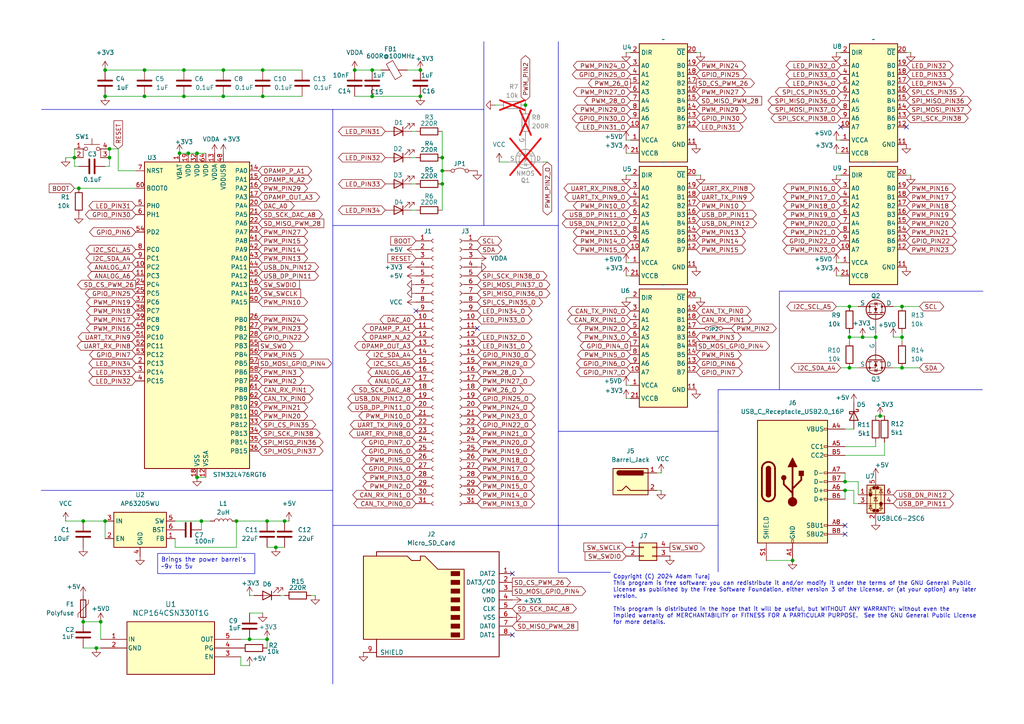
<source format=kicad_sch>
(kicad_sch (version 20231120) (generator "eeschema") (generator_version "8.0")
  (paper "A4")
  (title_block (title "Hackboard") (date "2024-08-04") (rev "v1.0"))
  (junction (at 68.58 151.13))
  (junction (at 52.07 44.45))
  (junction (at 128.27 53.34))
  (junction (at 250.19 97.79))
  (junction (at 107.95 20.32))
  (junction (at 77.47 151.13))
  (junction (at 27.94 187.96))
  (junction (at 64.77 20.32))
  (junction (at 64.77 27.94))
  (junction (at 245.11 139.7))
  (junction (at 246.38 106.68))
  (junction (at 102.87 20.32))
  (junction (at 246.38 88.9))
  (junction (at 22.86 54.61))
  (junction (at 254 97.79))
  (junction (at 41.91 20.32))
  (junction (at 58.42 151.13))
  (junction (at 57.15 44.45))
  (junction (at 30.48 27.94))
  (junction (at 21.59 45.72))
  (junction (at 128.27 49.53))
  (junction (at 80.01 158.75))
  (junction (at 30.48 20.32))
  (junction (at 245.11 142.24))
  (junction (at 229.87 162.56))
  (junction (at 76.2 20.32))
  (junction (at 77.47 185.42))
  (junction (at 152.4 30.48))
  (junction (at 31.75 45.72))
  (junction (at 107.95 27.94))
  (junction (at 72.39 185.42))
  (junction (at 31.75 43.18))
  (junction (at 121.92 20.32))
  (junction (at 121.92 27.94))
  (junction (at 41.91 27.94))
  (junction (at 128.27 45.72))
  (junction (at 57.15 138.43))
  (junction (at 246.38 97.79))
  (junction (at 261.62 88.9))
  (junction (at 76.2 27.94))
  (junction (at 29.21 180.34))
  (junction (at 24.13 151.13))
  (junction (at 261.62 97.79))
  (junction (at 82.55 151.13))
  (junction (at 53.34 27.94))
  (junction (at 53.34 20.32))
  (junction (at 24.13 180.34))
  (junction (at 30.48 151.13))
  (junction (at 54.61 44.45))
  (junction (at 255.27 120.65))
  (junction (at 261.62 106.68))
  (no_connect (at 245.11 152.4))
  (no_connect (at 262.89 36.83))
  (no_connect (at 120.65 90.17))
  (no_connect (at 148.59 184.15))
  (no_connect (at 148.59 166.37))
  (no_connect (at 138.43 95.25))
  (no_connect (at 245.11 154.94))
  (no_connect (at 243.84 36.83))
  (wire (pts (xy 68.58 151.13) (xy 77.47 151.13)))
  (wire (pts (xy 143.51 30.48) (xy 144.78 30.48)))
  (wire (pts (xy 90.17 172.72) (xy 91.44 172.72)))
  (wire (pts (xy 128.27 45.72) (xy 128.27 38.1)))
  (wire (pts (xy 39.37 54.61) (xy 22.86 54.61)))
  (wire (pts (xy 41.91 27.94) (xy 53.34 27.94)))
  (wire (pts (xy 248.92 139.7) (xy 245.11 139.7)))
  (wire (pts (xy 245.11 142.24) (xy 245.11 144.78)))
  (wire (pts (xy 152.4 29.21) (xy 152.4 30.48)))
  (wire (pts (xy 57.15 44.45) (xy 59.69 44.45)))
  (wire (pts (xy 119.38 53.34) (xy 120.65 53.34)))
  (wire (pts (xy 152.4 30.48) (xy 152.4 31.75)))
  (wire (pts (xy 181.61 50.8) (xy 182.88 50.8)))
  (wire (pts (xy 181.61 40.64) (xy 182.88 40.64)))
  (wire (pts (xy 119.38 38.1) (xy 120.65 38.1)))
  (wire (pts (xy 157.48 46.99) (xy 158.75 46.99)))
  (wire (pts (xy 246.38 97.79) (xy 246.38 99.06)))
  (wire (pts (xy 52.07 44.45) (xy 54.61 44.45)))
  (wire (pts (xy 31.75 48.26) (xy 31.75 45.72)))
  (wire (pts (xy 262.89 15.24) (xy 264.16 15.24)))
  (wire (pts (xy 82.55 151.13) (xy 83.82 151.13)))
  (polyline (pts (xy 96.52 142.24) (xy 96.52 198.374)))
  (wire (pts (xy 181.61 86.36) (xy 182.88 86.36)))
  (wire (pts (xy 254 129.54) (xy 254 128.27)))
  (wire (pts (xy 248.92 143.51) (xy 248.92 139.7)))
  (wire (pts (xy 256.54 132.08) (xy 256.54 128.27)))
  (wire (pts (xy 259.08 97.79) (xy 261.62 97.79)))
  (wire (pts (xy 181.61 76.2) (xy 182.88 76.2)))
  (wire (pts (xy 245.11 132.08) (xy 256.54 132.08)))
  (wire (pts (xy 242.57 80.01) (xy 243.84 80.01)))
  (wire (pts (xy 72.39 177.8) (xy 76.2 177.8)))
  (wire (pts (xy 30.48 48.26) (xy 31.75 48.26)))
  (wire (pts (xy 72.39 185.42) (xy 69.85 185.42)))
  (wire (pts (xy 119.38 60.96) (xy 120.65 60.96)))
  (wire (pts (xy 247.65 142.24) (xy 245.11 142.24)))
  (wire (pts (xy 77.47 187.96) (xy 77.47 185.42)))
  (polyline (pts (xy 161.9471 152.4) (xy 161.9471 166.002)))
  (wire (pts (xy 247.65 146.05) (xy 248.92 146.05)))
  (wire (pts (xy 191.77 137.16) (xy 190.5 137.16)))
  (wire (pts (xy 22.86 54.61) (xy 21.59 54.61)))
  (wire (pts (xy 181.61 44.45) (xy 182.88 44.45)))
  (wire (pts (xy 242.57 44.45) (xy 243.84 44.45)))
  (polyline (pts (xy 208.28 119.38) (xy 208.28 165.862)))
  (wire (pts (xy 243.84 106.68) (xy 246.38 106.68)))
  (wire (pts (xy 128.27 53.34) (xy 128.27 49.53)))
  (wire (pts (xy 242.57 88.9) (xy 246.38 88.9)))
  (polyline (pts (xy 226.06 113.03) (xy 226.06 84.455)))
  (wire (pts (xy 58.42 151.13) (xy 60.96 151.13)))
  (wire (pts (xy 69.85 193.04) (xy 69.85 190.5)))
  (wire (pts (xy 81.28 172.72) (xy 82.55 172.72)))
  (polyline (pts (xy 96.52 152.4) (xy 161.925 152.4)))
  (wire (pts (xy 255.27 120.65) (xy 256.54 120.65)))
  (wire (pts (xy 245.11 137.16) (xy 245.11 139.7)))
  (wire (pts (xy 64.77 20.32) (xy 76.2 20.32)))
  (wire (pts (xy 259.08 106.68) (xy 261.62 106.68)))
  (wire (pts (xy 30.48 27.94) (xy 41.91 27.94)))
  (wire (pts (xy 77.47 185.42) (xy 72.39 185.42)))
  (wire (pts (xy 72.39 193.04) (xy 69.85 193.04)))
  (wire (pts (xy 128.27 49.53) (xy 128.27 45.72)))
  (wire (pts (xy 246.38 97.79) (xy 250.19 97.79)))
  (wire (pts (xy 68.58 158.75) (xy 68.58 151.13)))
  (wire (pts (xy 30.48 20.32) (xy 41.91 20.32)))
  (wire (pts (xy 118.11 20.32) (xy 121.92 20.32)))
  (wire (pts (xy 102.87 27.94) (xy 107.95 27.94)))
  (wire (pts (xy 261.62 106.68) (xy 266.7 106.68)))
  (polyline (pts (xy 161.925 65.405) (xy 161.925 152.4)))
  (wire (pts (xy 254 96.52) (xy 254 97.79)))
  (polyline (pts (xy 96.52 65.405) (xy 96.52 31.75)))
  (wire (pts (xy 144.78 46.99) (xy 147.32 46.99)))
  (wire (pts (xy 247.65 146.05) (xy 247.65 142.24)))
  (wire (pts (xy 181.61 15.24) (xy 182.88 15.24)))
  (wire (pts (xy 246.38 96.52) (xy 246.38 97.79)))
  (wire (pts (xy 119.38 45.72) (xy 120.65 45.72)))
  (wire (pts (xy 107.95 20.32) (xy 110.49 20.32)))
  (wire (pts (xy 242.57 15.24) (xy 243.84 15.24)))
  (wire (pts (xy 50.8 151.13) (xy 58.42 151.13)))
  (polyline (pts (xy 226.06 84.455) (xy 285.115 84.455)))
  (wire (pts (xy 24.13 151.13) (xy 30.48 151.13)))
  (wire (pts (xy 22.86 48.26) (xy 21.59 48.26)))
  (wire (pts (xy 254 97.79) (xy 254 99.06)))
  (wire (pts (xy 31.75 43.18) (xy 34.29 43.18)))
  (wire (pts (xy 191.77 142.24) (xy 190.5 142.24)))
  (wire (pts (xy 31.75 43.18) (xy 31.75 45.72)))
  (wire (pts (xy 50.8 158.75) (xy 50.8 156.21)))
  (wire (pts (xy 34.29 43.18) (xy 34.29 49.53)))
  (wire (pts (xy 261.62 88.9) (xy 266.7 88.9)))
  (wire (pts (xy 53.34 20.32) (xy 64.77 20.32)))
  (polyline (pts (xy 161.925 152.4) (xy 208.28 152.4)))
  (wire (pts (xy 201.93 86.36) (xy 203.2 86.36)))
  (wire (pts (xy 254 120.65) (xy 255.27 120.65)))
  (wire (pts (xy 128.27 60.96) (xy 128.27 53.34)))
  (wire (pts (xy 246.38 88.9) (xy 248.92 88.9)))
  (wire (pts (xy 21.59 48.26) (xy 21.59 45.72)))
  (wire (pts (xy 72.39 172.72) (xy 73.66 172.72)))
  (wire (pts (xy 24.13 180.34) (xy 29.21 180.34)))
  (wire (pts (xy 19.05 45.72) (xy 21.59 45.72)))
  (wire (pts (xy 57.15 138.43) (xy 59.69 138.43)))
  (wire (pts (xy 107.95 27.94) (xy 121.92 27.94)))
  (wire (pts (xy 41.91 20.32) (xy 53.34 20.32)))
  (wire (pts (xy 77.47 151.13) (xy 82.55 151.13)))
  (wire (pts (xy 242.57 50.8) (xy 243.84 50.8)))
  (wire (pts (xy 201.93 50.8) (xy 203.2 50.8)))
  (wire (pts (xy 53.34 27.94) (xy 64.77 27.94)))
  (polyline (pts (xy 96.52 65.405) (xy 161.925 65.405)))
  (wire (pts (xy 261.62 97.79) (xy 261.62 99.06)))
  (wire (pts (xy 19.05 151.13) (xy 24.13 151.13)))
  (polyline (pts (xy 96.52 31.75) (xy 140.335 31.75)))
  (wire (pts (xy 29.21 180.34) (xy 29.21 185.42)))
  (polyline (pts (xy 208.28 113.03) (xy 284.988 113.03)))
  (polyline (pts (xy 208.28 119.38) (xy 208.28 113.03)))
  (polyline (pts (xy 96.52 142.24) (xy 96.52 65.405)))
  (wire (pts (xy 77.47 158.75) (xy 80.01 158.75)))
  (polyline (pts (xy 140.335 31.75) (xy 140.335 65.405)))
  (wire (pts (xy 250.19 97.79) (xy 254 97.79)))
  (wire (pts (xy 64.77 27.94) (xy 76.2 27.94)))
  (wire (pts (xy 76.2 27.94) (xy 87.63 27.94)))
  (wire (pts (xy 261.62 96.52) (xy 261.62 97.79)))
  (wire (pts (xy 76.2 20.32) (xy 87.63 20.32)))
  (wire (pts (xy 222.25 162.56) (xy 229.87 162.56)))
  (polyline (pts (xy 11.938 142.24) (xy 96.52 142.24)))
  (wire (pts (xy 21.59 43.18) (xy 21.59 45.72)))
  (wire (pts (xy 50.8 158.75) (xy 68.58 158.75)))
  (wire (pts (xy 201.93 15.24) (xy 203.2 15.24)))
  (wire (pts (xy 242.57 40.64) (xy 243.84 40.64)))
  (polyline (pts (xy 161.925 12.065) (xy 161.925 65.405)))
  (polyline (pts (xy 161.9471 166.002) (xy 177.0601 166.002)))
  (wire (pts (xy 181.61 80.01) (xy 182.88 80.01)))
  (wire (pts (xy 54.61 44.45) (xy 57.15 44.45)))
  (wire (pts (xy 262.89 50.8) (xy 264.16 50.8)))
  (wire (pts (xy 259.08 88.9) (xy 261.62 88.9)))
  (wire (pts (xy 80.01 158.75) (xy 82.55 158.75)))
  (wire (pts (xy 24.13 187.96) (xy 27.94 187.96)))
  (wire (pts (xy 181.61 111.76) (xy 182.88 111.76)))
  (wire (pts (xy 242.57 76.2) (xy 243.84 76.2)))
  (wire (pts (xy 102.87 20.32) (xy 107.95 20.32)))
  (wire (pts (xy 246.38 106.68) (xy 248.92 106.68)))
  (wire (pts (xy 181.61 115.57) (xy 182.88 115.57)))
  (wire (pts (xy 34.29 49.53) (xy 39.37 49.53)))
  (wire (pts (xy 27.94 187.96) (xy 29.21 187.96)))
  (wire (pts (xy 245.11 129.54) (xy 254 129.54)))
  (polyline (pts (xy 140.335 12.065) (xy 140.335 31.75)))
  (wire (pts (xy 58.42 151.13) (xy 58.42 153.67)))
  (polyline (pts (xy 12.065 31.75) (xy 96.52 31.75)))
  (wire (pts (xy 245.11 124.46) (xy 247.65 124.46)))
  (polyline (pts (xy 161.925 125.095) (xy 208.28 125.095)))
  (wire (pts (xy 30.48 151.13) (xy 30.48 156.21)))
  (text_box "Brings the power barrel's ~9v to 5v" (at 45.72 160.528 0) (size 28.194 5.842) (effects (font (size 1.27 1.27)) (justify left top)))
  (text "Copyright (C) 2024 Adam Turaj\nThis program is free software: you can redistribute it and/or modify it under the terms of the GNU General Public\nLicense as published by the Free Software Foundation, either version 3 of the License, or (at your option) any later \nversion.\n\nThis program is distributed in the hope that it will be useful, but WITHOUT ANY WARRANTY; without even the\nimplied warranty of MERCHANTABILITY or FITNESS FOR A PARTICULAR PURPOSE.  See the GNU General Public License\nfor more details." (at 177.8 173.99 0) (effects (font (size 1.17 1.17)) (justify left)))
  (global_label "SPI_MOSI_PIN37_O" (shape bidirectional) (at 138.43 82.55 0) (property "Intersheetrefs" "${INTERSHEET_REFS}" (effects (hide yes))))
  (global_label "SD_MISO_PWM_28" (shape input) (at 74.93 64.77 0) (property "Intersheetrefs" "${INTERSHEET_REFS}" (effects (hide yes))))
  (global_label "PWM_PIN21" (shape bidirectional) (at 74.93 118.11 0) (property "Intersheetrefs" "${INTERSHEET_REFS}" (effects (hide yes))))
  (global_label "PWM_28_O" (shape bidirectional) (at 138.43 107.95 0) (property "Intersheetrefs" "${INTERSHEET_REFS}" (effects (hide yes))))
  (global_label "UART_RX_PIN8" (shape bidirectional) (at 39.37 100.33 180) (property "Intersheetrefs" "${INTERSHEET_REFS}" (effects (hide yes))))
  (global_label "PWM_PIN23_O" (shape bidirectional) (at 138.43 120.65 0) (property "Intersheetrefs" "${INTERSHEET_REFS}" (effects (hide yes))))
  (global_label "CAN_TX_PIN0" (shape bidirectional) (at 201.93 90.17 0) (property "Intersheetrefs" "${INTERSHEET_REFS}" (effects (hide yes))))
  (global_label "UART_RX_PIN8_O" (shape bidirectional) (at 182.88 54.61 180) (property "Intersheetrefs" "${INTERSHEET_REFS}" (effects (hide yes))))
  (global_label "PWM_PIN19_O" (shape bidirectional) (at 243.84 62.23 180) (property "Intersheetrefs" "${INTERSHEET_REFS}" (effects (hide yes))))
  (global_label "CAN_RX_PIN1_O" (shape bidirectional) (at 120.65 143.51 180) (property "Intersheetrefs" "${INTERSHEET_REFS}" (effects (hide yes))))
  (global_label "SPI_SCK_PIN38_O" (shape bidirectional) (at 138.43 80.01 0) (property "Intersheetrefs" "${INTERSHEET_REFS}" (effects (hide yes))))
  (global_label "CAN_TX_PIN0_O" (shape bidirectional) (at 182.88 90.17 180) (property "Intersheetrefs" "${INTERSHEET_REFS}" (effects (hide yes))))
  (global_label "PWM_PIN2_O" (shape bidirectional) (at 120.65 140.97 180) (property "Intersheetrefs" "${INTERSHEET_REFS}" (effects (hide yes))))
  (global_label "UART_TX_PIN9_O" (shape bidirectional) (at 182.88 57.15 180) (property "Intersheetrefs" "${INTERSHEET_REFS}" (effects (hide yes))))
  (global_label "SPI_MISO_PIN36" (shape bidirectional) (at 74.93 128.27 0) (property "Intersheetrefs" "${INTERSHEET_REFS}" (effects (hide yes))))
  (global_label "PWM_PIN2" (shape bidirectional) (at 152.4 29.21 90) (property "Intersheetrefs" "${INTERSHEET_REFS}" (effects (hide yes))))
  (global_label "USB_DN_PIN12" (shape bidirectional) (at 259.08 143.51 0) (property "Intersheetrefs" "${INTERSHEET_REFS}" (effects (hide yes))))
  (global_label "SPI_MOSI_PIN37" (shape bidirectional) (at 262.89 31.75 0) (property "Intersheetrefs" "${INTERSHEET_REFS}" (effects (hide yes))))
  (global_label "SD_SCK_DAC_A8" (shape bidirectional) (at 148.59 176.53 0) (property "Intersheetrefs" "${INTERSHEET_REFS}" (effects (hide yes))))
  (global_label "SW_SWO" (shape output) (at 74.93 100.33 0) (property "Intersheetrefs" "${INTERSHEET_REFS}" (effects (hide yes))))
  (global_label "PWM_26_O" (shape bidirectional) (at 138.43 113.03 0) (property "Intersheetrefs" "${INTERSHEET_REFS}" (effects (hide yes))))
  (global_label "PWM_PIN17" (shape bidirectional) (at 39.37 92.71 180) (property "Intersheetrefs" "${INTERSHEET_REFS}" (effects (hide yes))))
  (global_label "PWM_PIN3" (shape bidirectional) (at 74.93 107.95 0) (property "Intersheetrefs" "${INTERSHEET_REFS}" (effects (hide yes))))
  (global_label "I2C_SCL_A5" (shape bidirectional) (at 242.57 88.9 180) (property "Intersheetrefs" "${INTERSHEET_REFS}" (effects (hide yes))))
  (global_label "USB_DN_PIN12_O" (shape bidirectional) (at 182.88 64.77 180) (property "Intersheetrefs" "${INTERSHEET_REFS}" (effects (hide yes))))
  (global_label "ANALOG_A6" (shape bidirectional) (at 39.37 80.01 180) (property "Intersheetrefs" "${INTERSHEET_REFS}" (effects (hide yes))))
  (global_label "PWM_PIN2_O" (shape bidirectional) (at 182.88 95.25 180) (property "Intersheetrefs" "${INTERSHEET_REFS}" (effects (hide yes))))
  (global_label "GPIO_PIN30" (shape bidirectional) (at 39.37 62.23 180) (property "Intersheetrefs" "${INTERSHEET_REFS}" (effects (hide yes))))
  (global_label "GPIO_PIN25_O" (shape bidirectional) (at 182.88 21.59 180) (property "Intersheetrefs" "${INTERSHEET_REFS}" (effects (hide yes))))
  (global_label "RESET" (shape input) (at 34.29 43.18 90) (property "Intersheetrefs" "${INTERSHEET_REFS}" (effects (hide yes))))
  (global_label "USB_DP_PIN11_O" (shape bidirectional) (at 182.88 62.23 180) (property "Intersheetrefs" "${INTERSHEET_REFS}" (effects (hide yes))))
  (global_label "PWM_PIN10_O" (shape bidirectional) (at 120.65 120.65 180) (property "Intersheetrefs" "${INTERSHEET_REFS}" (effects (hide yes))))
  (global_label "GPIO_PIN6_O" (shape bidirectional) (at 120.65 130.81 180) (property "Intersheetrefs" "${INTERSHEET_REFS}" (effects (hide yes))))
  (global_label "I2C_SDA_A4" (shape bidirectional) (at 39.37 74.93 180) (property "Intersheetrefs" "${INTERSHEET_REFS}" (effects (hide yes))))
  (global_label "SPI_MISO_PIN36_O" (shape bidirectional) (at 138.43 85.09 0) (property "Intersheetrefs" "${INTERSHEET_REFS}" (effects (hide yes))))
  (global_label "SD_MISO_PWM_28" (shape input) (at 148.59 181.61 0) (property "Intersheetrefs" "${INTERSHEET_REFS}" (effects (hide yes))))
  (global_label "UART_TX_PIN9" (shape bidirectional) (at 39.37 97.79 180) (property "Intersheetrefs" "${INTERSHEET_REFS}" (effects (hide yes))))
  (global_label "OPAMP_N_A2" (shape bidirectional) (at 120.65 97.79 180) (property "Intersheetrefs" "${INTERSHEET_REFS}" (effects (hide yes))))
  (global_label "PWM_PIN20" (shape bidirectional) (at 74.93 120.65 0) (property "Intersheetrefs" "${INTERSHEET_REFS}" (effects (hide yes))))
  (global_label "UART_RX_PIN8_O" (shape bidirectional) (at 120.65 125.73 180) (property "Intersheetrefs" "${INTERSHEET_REFS}" (effects (hide yes))))
  (global_label "GPIO_PIN6" (shape bidirectional) (at 39.37 67.31 180) (property "Intersheetrefs" "${INTERSHEET_REFS}" (effects (hide yes))))
  (global_label "PWM_PIN29" (shape bidirectional) (at 74.93 54.61 0) (property "Intersheetrefs" "${INTERSHEET_REFS}" (effects (hide yes))))
  (global_label "SW_SWO" (shape output) (at 194.31 158.75 0) (property "Intersheetrefs" "${INTERSHEET_REFS}" (effects (hide yes))))
  (global_label "SCL" (shape bidirectional) (at 138.43 69.85 0) (property "Intersheetrefs" "${INTERSHEET_REFS}" (effects (hide yes))))
  (global_label "SPI_MOSI_PIN37_O" (shape bidirectional) (at 243.84 31.75 180) (property "Intersheetrefs" "${INTERSHEET_REFS}" (effects (hide yes))))
  (global_label "USB_DP_PIN11" (shape bidirectional) (at 74.93 80.01 0) (property "Intersheetrefs" "${INTERSHEET_REFS}" (effects (hide yes))))
  (global_label "PWM_PIN16_O" (shape bidirectional) (at 138.43 138.43 0) (property "Intersheetrefs" "${INTERSHEET_REFS}" (effects (hide yes))))
  (global_label "OPAMP_P_A1" (shape bidirectional) (at 74.93 49.53 0) (property "Intersheetrefs" "${INTERSHEET_REFS}" (effects (hide yes))))
  (global_label "LED_PIN34_O" (shape bidirectional) (at 138.43 90.17 0) (property "Intersheetrefs" "${INTERSHEET_REFS}" (effects (hide yes))))
  (global_label "UART_TX_PIN9_O" (shape bidirectional) (at 120.65 123.19 180) (property "Intersheetrefs" "${INTERSHEET_REFS}" (effects (hide yes))))
  (global_label "SPI_CS_PIN35_O" (shape bidirectional) (at 243.84 26.67 180) (property "Intersheetrefs" "${INTERSHEET_REFS}" (effects (hide yes))))
  (global_label "DAC_A0" (shape bidirectional) (at 74.93 59.69 0) (property "Intersheetrefs" "${INTERSHEET_REFS}" (effects (hide yes))))
  (global_label "PWM_PIN27" (shape bidirectional) (at 201.93 26.67 0) (property "Intersheetrefs" "${INTERSHEET_REFS}" (effects (hide yes))))
  (global_label "PWM_PIN18_O" (shape bidirectional) (at 138.43 133.35 0) (property "Intersheetrefs" "${INTERSHEET_REFS}" (effects (hide yes))))
  (global_label "PWM_PIN24" (shape bidirectional) (at 201.93 19.05 0) (property "Intersheetrefs" "${INTERSHEET_REFS}" (effects (hide yes))))
  (global_label "CAN_RX_PIN1" (shape bidirectional) (at 74.93 113.03 0) (property "Intersheetrefs" "${INTERSHEET_REFS}" (effects (hide yes))))
  (global_label "GPIO_PIN4_O" (shape output) (at 182.88 100.33 180) (property "Intersheetrefs" "${INTERSHEET_REFS}" (effects (hide yes))))
  (global_label "PWM_PIN5" (shape bidirectional) (at 74.93 102.87 0) (property "Intersheetrefs" "${INTERSHEET_REFS}" (effects (hide yes))))
  (global_label "GPIO_PIN22" (shape bidirectional) (at 262.89 69.85 0) (property "Intersheetrefs" "${INTERSHEET_REFS}" (effects (hide yes))))
  (global_label "SPI_SCK_PIN38_O" (shape bidirectional) (at 243.84 34.29 180) (property "Intersheetrefs" "${INTERSHEET_REFS}" (effects (hide yes))))
  (global_label "PWM_PIN21_O" (shape bidirectional) (at 243.84 67.31 180) (property "Intersheetrefs" "${INTERSHEET_REFS}" (effects (hide yes))))
  (global_label "SD_CS_PWM_26" (shape output) (at 148.59 168.91 0) (property "Intersheetrefs" "${INTERSHEET_REFS}" (effects (hide yes))))
  (global_label "LED_PIN33" (shape bidirectional) (at 111.76 53.34 180) (property "Intersheetrefs" "${INTERSHEET_REFS}" (effects (hide yes))))
  (global_label "GPIO_PIN30" (shape bidirectional) (at 201.93 34.29 0) (property "Intersheetrefs" "${INTERSHEET_REFS}" (effects (hide yes))))
  (global_label "LED_PIN34_O" (shape bidirectional) (at 243.84 24.13 180) (property "Intersheetrefs" "${INTERSHEET_REFS}" (effects (hide yes))))
  (global_label "GPIO_PIN25" (shape bidirectional) (at 39.37 85.09 180) (property "Intersheetrefs" "${INTERSHEET_REFS}" (effects (hide yes))))
  (global_label "LED_PIN34" (shape bidirectional) (at 262.89 24.13 0) (property "Intersheetrefs" "${INTERSHEET_REFS}" (effects (hide yes))))
  (global_label "PWM_PIN3_O" (shape bidirectional) (at 182.88 97.79 180) (property "Intersheetrefs" "${INTERSHEET_REFS}" (effects (hide yes))))
  (global_label "GPIO_PIN6" (shape bidirectional) (at 201.93 105.41 0) (property "Intersheetrefs" "${INTERSHEET_REFS}" (effects (hide yes))))
  (global_label "SD_CS_PWM_26" (shape output) (at 201.93 24.13 0) (property "Intersheetrefs" "${INTERSHEET_REFS}" (effects (hide yes))))
  (global_label "LED_PIN32" (shape bidirectional) (at 262.89 19.05 0) (property "Intersheetrefs" "${INTERSHEET_REFS}" (effects (hide yes))))
  (global_label "PWM_PIN14" (shape bidirectional) (at 201.93 69.85 0) (property "Intersheetrefs" "${INTERSHEET_REFS}" (effects (hide yes))))
  (global_label "CAN_TX_PIN0" (shape bidirectional) (at 74.93 115.57 0) (property "Intersheetrefs" "${INTERSHEET_REFS}" (effects (hide yes))))
  (global_label "PWM_PIN20" (shape bidirectional) (at 262.89 64.77 0) (property "Intersheetrefs" "${INTERSHEET_REFS}" (effects (hide yes))))
  (global_label "PWM_26_O" (shape output) (at 182.88 24.13 180) (property "Intersheetrefs" "${INTERSHEET_REFS}" (effects (hide yes))))
  (global_label "SD_MISO_PWM_28" (shape input) (at 201.93 29.21 0) (property "Intersheetrefs" "${INTERSHEET_REFS}" (effects (hide yes))))
  (global_label "LED_PIN33" (shape bidirectional) (at 262.89 21.59 0) (property "Intersheetrefs" "${INTERSHEET_REFS}" (effects (hide yes))))
  (global_label "PWM_PIN13_O" (shape bidirectional) (at 138.43 146.05 0) (property "Intersheetrefs" "${INTERSHEET_REFS}" (effects (hide yes))))
  (global_label "SPI_CS_PIN35" (shape bidirectional) (at 74.93 123.19 0) (property "Intersheetrefs" "${INTERSHEET_REFS}" (effects (hide yes))))
  (global_label "SCL" (shape bidirectional) (at 266.7 88.9 0) (property "Intersheetrefs" "${INTERSHEET_REFS}" (effects (hide yes))))
  (global_label "PWM_PIN2_O" (shape bidirectional) (at 158.75 46.99 270) (property "Intersheetrefs" "${INTERSHEET_REFS}" (effects (hide yes))))
  (global_label "I2C_SDA_A4" (shape bidirectional) (at 120.65 102.87 180) (property "Intersheetrefs" "${INTERSHEET_REFS}" (effects (hide yes))))
  (global_label "UART_RX_PIN8" (shape bidirectional) (at 201.93 54.61 0) (property "Intersheetrefs" "${INTERSHEET_REFS}" (effects (hide yes))))
  (global_label "USB_DN_PIN12" (shape bidirectional) (at 74.93 77.47 0) (property "Intersheetrefs" "${INTERSHEET_REFS}" (effects (hide yes))))
  (global_label "SDA" (shape bidirectional) (at 138.43 72.39 0) (property "Intersheetrefs" "${INTERSHEET_REFS}" (effects (hide yes))))
  (global_label "PWM_PIN18" (shape bidirectional) (at 39.37 90.17 180) (property "Intersheetrefs" "${INTERSHEET_REFS}" (effects (hide yes))))
  (global_label "LED_PIN32_O" (shape bidirectional) (at 243.84 19.05 180) (property "Intersheetrefs" "${INTERSHEET_REFS}" (effects (hide yes))))
  (global_label "PWM_PIN18" (shape bidirectional) (at 262.89 59.69 0) (property "Intersheetrefs" "${INTERSHEET_REFS}" (effects (hide yes))))
  (global_label "LED_PIN31" (shape bidirectional) (at 39.37 59.69 180) (property "Intersheetrefs" "${INTERSHEET_REFS}" (effects (hide yes))))
  (global_label "GPIO_PIN22" (shape bidirectional) (at 74.93 97.79 0) (property "Intersheetrefs" "${INTERSHEET_REFS}" (effects (hide yes))))
  (global_label "DAC_A0" (shape bidirectional) (at 120.65 92.71 180) (property "Intersheetrefs" "${INTERSHEET_REFS}" (effects (hide yes))))
  (global_label "PWM_PIN14_O" (shape bidirectional) (at 182.88 69.85 180) (property "Intersheetrefs" "${INTERSHEET_REFS}" (effects (hide yes))))
  (global_label "PWM_PIN24" (shape bidirectional) (at 74.93 92.71 0) (property "Intersheetrefs" "${INTERSHEET_REFS}" (effects (hide yes))))
  (global_label "OPAMP_N_A2" (shape bidirectional) (at 74.93 52.07 0) (property "Intersheetrefs" "${INTERSHEET_REFS}" (effects (hide yes))))
  (global_label "GPIO_PIN22_O" (shape bidirectional) (at 138.43 123.19 0) (property "Intersheetrefs" "${INTERSHEET_REFS}" (effects (hide yes))))
  (global_label "PWM_PIN29_O" (shape bidirectional) (at 182.88 31.75 180) (property "Intersheetrefs" "${INTERSHEET_REFS}" (effects (hide yes))))
  (global_label "PWM_PIN29_O" (shape bidirectional) (at 138.43 105.41 0) (property "Intersheetrefs" "${INTERSHEET_REFS}" (effects (hide yes))))
  (global_label "CAN_RX_PIN1_O" (shape bidirectional) (at 182.88 92.71 180) (property "Intersheetrefs" "${INTERSHEET_REFS}" (effects (hide yes))))
  (global_label "LED_PIN34" (shape bidirectional) (at 111.76 60.96 180) (property "Intersheetrefs" "${INTERSHEET_REFS}" (effects (hide yes))))
  (global_label "SDA" (shape bidirectional) (at 266.7 106.68 0) (property "Intersheetrefs" "${INTERSHEET_REFS}" (effects (hide yes))))
  (global_label "ANALOG_A7" (shape bidirectional) (at 120.65 110.49 180) (property "Intersheetrefs" "${INTERSHEET_REFS}" (effects (hide yes))))
  (global_label "GPIO_PIN30_O" (shape bidirectional) (at 182.88 34.29 180) (property "Intersheetrefs" "${INTERSHEET_REFS}" (effects (hide yes))))
  (global_label "PWM_PIN20_O" (shape bidirectional) (at 138.43 128.27 0) (property "Intersheetrefs" "${INTERSHEET_REFS}" (effects (hide yes))))
  (global_label "ANALOG_A6" (shape bidirectional) (at 120.65 107.95 180) (property "Intersheetrefs" "${INTERSHEET_REFS}" (effects (hide yes))))
  (global_label "USB_DP_PIN11_O" (shape bidirectional) (at 120.65 118.11 180) (property "Intersheetrefs" "${INTERSHEET_REFS}" (effects (hide yes))))
  (global_label "GPIO_PIN25_O" (shape bidirectional) (at 138.43 115.57 0) (property "Intersheetrefs" "${INTERSHEET_REFS}" (effects (hide yes))))
  (global_label "CAN_RX_PIN1" (shape bidirectional) (at 201.93 92.71 0) (property "Intersheetrefs" "${INTERSHEET_REFS}" (effects (hide yes))))
  (global_label "PWM_PIN13" (shape bidirectional) (at 201.93 67.31 0) (property "Intersheetrefs" "${INTERSHEET_REFS}" (effects (hide yes))))
  (global_label "PWM_PIN23_O" (shape bidirectional) (at 243.84 72.39 180) (property "Intersheetrefs" "${INTERSHEET_REFS}" (effects (hide yes))))
  (global_label "PWM_PIN5" (shape bidirectional) (at 201.93 102.87 0) (property "Intersheetrefs" "${INTERSHEET_REFS}" (effects (hide yes))))
  (global_label "BOOT" (shape input) (at 21.59 54.61 180) (property "Intersheetrefs" "${INTERSHEET_REFS}" (effects (hide yes))))
  (global_label "LED_PIN31" (shape bidirectional) (at 201.93 36.83 0) (property "Intersheetrefs" "${INTERSHEET_REFS}" (effects (hide yes))))
  (global_label "SPI_SCK_PIN38" (shape bidirectional) (at 262.89 34.29 0) (property "Intersheetrefs" "${INTERSHEET_REFS}" (effects (hide yes))))
  (global_label "SPI_MISO_PIN36" (shape bidirectional) (at 262.89 29.21 0) (property "Intersheetrefs" "${INTERSHEET_REFS}" (effects (hide yes))))
  (global_label "GPIO_PIN7" (shape bidirectional) (at 39.37 102.87 180) (property "Intersheetrefs" "${INTERSHEET_REFS}" (effects (hide yes))))
  (global_label "LED_PIN32" (shape bidirectional) (at 39.37 110.49 180) (property "Intersheetrefs" "${INTERSHEET_REFS}" (effects (hide yes))))
  (global_label "SD_MOSI_GPIO_PIN4" (shape output) (at 201.93 100.33 0) (property "Intersheetrefs" "${INTERSHEET_REFS}" (effects (hide yes))))
  (global_label "OPAMP_OUT_A3" (shape bidirectional) (at 74.93 57.15 0) (property "Intersheetrefs" "${INTERSHEET_REFS}" (effects (hide yes))))
  (global_label "USB_DN_PIN12_O" (shape bidirectional) (at 120.65 115.57 180) (property "Intersheetrefs" "${INTERSHEET_REFS}" (effects (hide yes))))
  (global_label "PWM_PIN16" (shape bidirectional) (at 39.37 95.25 180) (property "Intersheetrefs" "${INTERSHEET_REFS}" (effects (hide yes))))
  (global_label "LED_PIN33_O" (shape bidirectional) (at 243.84 21.59 180) (property "Intersheetrefs" "${INTERSHEET_REFS}" (effects (hide yes))))
  (global_label "LED_PIN33" (shape bidirectional) (at 39.37 107.95 180) (property "Intersheetrefs" "${INTERSHEET_REFS}" (effects (hide yes))))
  (global_label "SD_SCK_DAC_A8" (shape bidirectional) (at 74.93 62.23 0) (property "Intersheetrefs" "${INTERSHEET_REFS}" (effects (hide yes))))
  (global_label "I2C_SCL_A5" (shape bidirectional) (at 120.65 105.41 180) (property "Intersheetrefs" "${INTERSHEET_REFS}" (effects (hide yes))))
  (global_label "PWM_PIN17" (shape bidirectional) (at 262.89 57.15 0) (property "Intersheetrefs" "${INTERSHEET_REFS}" (effects (hide yes))))
  (global_label "PWM_PIN10_O" (shape bidirectional) (at 182.88 59.69 180) (property "Intersheetrefs" "${INTERSHEET_REFS}" (effects (hide yes))))
  (global_label "PWM_PIN24_O" (shape bidirectional) (at 182.88 19.05 180) (property "Intersheetrefs" "${INTERSHEET_REFS}" (effects (hide yes))))
  (global_label "GPIO_PIN7_O" (shape bidirectional) (at 182.88 107.95 180) (property "Intersheetrefs" "${INTERSHEET_REFS}" (effects (hide yes))))
  (global_label "SPI_CS_PIN35" (shape bidirectional) (at 262.89 26.67 0) (property "Intersheetrefs" "${INTERSHEET_REFS}" (effects (hide yes))))
  (global_label "GPIO_PIN4_O" (shape bidirectional) (at 120.65 135.89 180) (property "Intersheetrefs" "${INTERSHEET_REFS}" (effects (hide yes))))
  (global_label "SW_SWDIO" (shape input) (at 181.61 161.29 180) (property "Intersheetrefs" "${INTERSHEET_REFS}" (effects (hide yes))))
  (global_label "PWM_PIN27_O" (shape bidirectional) (at 182.88 26.67 180) (property "Intersheetrefs" "${INTERSHEET_REFS}" (effects (hide yes))))
  (global_label "SD_SCK_DAC_A8" (shape bidirectional) (at 120.65 113.03 180) (property "Intersheetrefs" "${INTERSHEET_REFS}" (effects (hide yes))))
  (global_label "PWM_28_O" (shape bidirectional) (at 182.88 29.21 180) (property "Intersheetrefs" "${INTERSHEET_REFS}" (effects (hide yes))))
  (global_label "GPIO_PIN7" (shape bidirectional) (at 201.93 107.95 0) (property "Intersheetrefs" "${INTERSHEET_REFS}" (effects (hide yes))))
  (global_label "PWM_PIN15" (shape bidirectional) (at 74.93 69.85 0) (property "Intersheetrefs" "${INTERSHEET_REFS}" (effects (hide yes))))
  (global_label "SW_SWCLK" (shape input) (at 181.61 158.75 180) (property "Intersheetrefs" "${INTERSHEET_REFS}" (effects (hide yes))))
  (global_label "PWM_PIN20_O" (shape bidirectional) (at 243.84 64.77 180) (property "Intersheetrefs" "${INTERSHEET_REFS}" (effects (hide yes))))
  (global_label "I2C_SCL_A5" (shape bidirectional) (at 39.37 72.39 180) (property "Intersheetrefs" "${INTERSHEET_REFS}" (effects (hide yes))))
  (global_label "PWM_PIN3_O" (shape bidirectional) (at 120.65 138.43 180) (property "Intersheetrefs" "${INTERSHEET_REFS}" (effects (hide yes))))
  (global_label "GPIO_PIN25" (shape bidirectional) (at 201.93 21.59 0) (property "Intersheetrefs" "${INTERSHEET_REFS}" (effects (hide yes))))
  (global_label "PWM_PIN3" (shape bidirectional) (at 201.93 97.79 0) (property "Intersheetrefs" "${INTERSHEET_REFS}" (effects (hide yes))))
  (global_label "PWM_PIN16_O" (shape bidirectional) (at 243.84 54.61 180) (property "Intersheetrefs" "${INTERSHEET_REFS}" (effects (hide yes))))
  (global_label "SW_SWCLK" (shape input) (at 74.93 85.09 0) (property "Intersheetrefs" "${INTERSHEET_REFS}" (effects (hide yes))))
  (global_label "PWM_PIN10" (shape bidirectional) (at 74.93 87.63 0) (property "Intersheetrefs" "${INTERSHEET_REFS}" (effects (hide yes))))
  (global_label "CAN_TX_PIN0_O" (shape bidirectional) (at 120.65 146.05 180) (property "Intersheetrefs" "${INTERSHEET_REFS}" (effects (hide yes))))
  (global_label "PWM_PIN2" (shape bidirectional) (at 212.09 95.25 0) (property "Intersheetrefs" "${INTERSHEET_REFS}" (effects (hide yes))))
  (global_label "OPAMP_P_A1" (shape bidirectional) (at 120.65 95.25 180) (property "Intersheetrefs" "${INTERSHEET_REFS}" (effects (hide yes))))
  (global_label "USB_DP_PIN11" (shape bidirectional) (at 201.93 62.23 0) (property "Intersheetrefs" "${INTERSHEET_REFS}" (effects (hide yes))))
  (global_label "SPI_CS_PIN35_O" (shape bidirectional) (at 138.43 87.63 0) (property "Intersheetrefs" "${INTERSHEET_REFS}" (effects (hide yes))))
  (global_label "PWM_PIN29" (shape bidirectional) (at 201.93 31.75 0) (property "Intersheetrefs" "${INTERSHEET_REFS}" (effects (hide yes))))
  (global_label "PWM_PIN27_O" (shape bidirectional) (at 138.43 110.49 0) (property "Intersheetrefs" "${INTERSHEET_REFS}" (effects (hide yes))))
  (global_label "PWM_PIN23" (shape bidirectional) (at 74.93 95.25 0) (property "Intersheetrefs" "${INTERSHEET_REFS}" (effects (hide yes))))
  (global_label "USB_DP_PIN11" (shape bidirectional) (at 259.08 146.05 0) (property "Intersheetrefs" "${INTERSHEET_REFS}" (effects (hide yes))))
  (global_label "SD_CS_PWM_26" (shape output) (at 39.37 82.55 180) (property "Intersheetrefs" "${INTERSHEET_REFS}" (effects (hide yes))))
  (global_label "PWM_PIN23" (shape bidirectional) (at 262.89 72.39 0) (property "Intersheetrefs" "${INTERSHEET_REFS}" (effects (hide yes))))
  (global_label "ANALOG_A7" (shape bidirectional) (at 39.37 77.47 180) (property "Intersheetrefs" "${INTERSHEET_REFS}" (effects (hide yes))))
  (global_label "PWM_PIN13_O" (shape bidirectional) (at 182.88 67.31 180) (property "Intersheetrefs" "${INTERSHEET_REFS}" (effects (hide yes))))
  (global_label "OPAMP_OUT_A3" (shape bidirectional) (at 120.65 100.33 180) (property "Intersheetrefs" "${INTERSHEET_REFS}" (effects (hide yes))))
  (global_label "PWM_PIN17_O" (shape bidirectional) (at 243.84 57.15 180) (property "Intersheetrefs" "${INTERSHEET_REFS}" (effects (hide yes))))
  (global_label "SPI_MOSI_PIN37" (shape bidirectional) (at 74.93 130.81 0) (property "Intersheetrefs" "${INTERSHEET_REFS}" (effects (hide yes))))
  (global_label "SD_MOSI_GPIO_PIN4" (shape output) (at 148.59 171.45 0) (property "Intersheetrefs" "${INTERSHEET_REFS}" (effects (hide yes))))
  (global_label "PWM_PIN2" (shape bidirectional) (at 74.93 110.49 0) (property "Intersheetrefs" "${INTERSHEET_REFS}" (effects (hide yes))))
  (global_label "PWM_PIN24_O" (shape bidirectional) (at 138.43 118.11 0) (property "Intersheetrefs" "${INTERSHEET_REFS}" (effects (hide yes))))
  (global_label "USB_DN_PIN12" (shape bidirectional) (at 201.93 64.77 0) (property "Intersheetrefs" "${INTERSHEET_REFS}" (effects (hide yes))))
  (global_label "PWM_PIN27" (shape bidirectional) (at 74.93 67.31 0) (property "Intersheetrefs" "${INTERSHEET_REFS}" (effects (hide yes))))
  (global_label "PWM_PIN13" (shape bidirectional) (at 74.93 74.93 0) (property "Intersheetrefs" "${INTERSHEET_REFS}" (effects (hide yes))))
  (global_label "GPIO_PIN30_O" (shape bidirectional) (at 138.43 102.87 0) (property "Intersheetrefs" "${INTERSHEET_REFS}" (effects (hide yes))))
  (global_label "SPI_MISO_PIN36_O" (shape bidirectional) (at 243.84 29.21 180) (property "Intersheetrefs" "${INTERSHEET_REFS}" (effects (hide yes))))
  (global_label "UART_TX_PIN9" (shape bidirectional) (at 201.93 57.15 0) (property "Intersheetrefs" "${INTERSHEET_REFS}" (effects (hide yes))))
  (global_label "LED_PIN31_O" (shape bidirectional) (at 182.88 36.83 180) (property "Intersheetrefs" "${INTERSHEET_REFS}" (effects (hide yes))))
  (global_label "I2C_SDA_A4" (shape bidirectional) (at 243.84 106.68 180) (property "Intersheetrefs" "${INTERSHEET_REFS}" (effects (hide yes))))
  (global_label "PWM_PIN21_O" (shape bidirectional) (at 138.43 125.73 0) (property "Intersheetrefs" "${INTERSHEET_REFS}" (effects (hide yes))))
  (global_label "GPIO_PIN7_O" (shape bidirectional) (at 120.65 128.27 180) (property "Intersheetrefs" "${INTERSHEET_REFS}" (effects (hide yes))))
  (global_label "BOOT" (shape input) (at 120.65 69.85 180) (property "Intersheetrefs" "${INTERSHEET_REFS}" (effects (hide yes))))
  (global_label "PWM_PIN15_O" (shape bidirectional) (at 182.88 72.39 180) (property "Intersheetrefs" "${INTERSHEET_REFS}" (effects (hide yes))))
  (global_label "PWM_PIN16" (shape bidirectional) (at 262.89 54.61 0) (property "Intersheetrefs" "${INTERSHEET_REFS}" (effects (hide yes))))
  (global_label "LED_PIN31_O" (shape bidirectional) (at 138.43 100.33 0) (property "Intersheetrefs" "${INTERSHEET_REFS}" (effects (hide yes))))
  (global_label "PWM_PIN21" (shape bidirectional) (at 262.89 67.31 0) (property "Intersheetrefs" "${INTERSHEET_REFS}" (effects (hide yes))))
  (global_label "PWM_PIN5_O" (shape bidirectional) (at 182.88 102.87 180) (property "Intersheetrefs" "${INTERSHEET_REFS}" (effects (hide yes))))
  (global_label "LED_PIN32" (shape bidirectional) (at 111.76 45.72 180) (property "Intersheetrefs" "${INTERSHEET_REFS}" (effects (hide yes))))
  (global_label "SD_MOSI_GPIO_PIN4" (shape output) (at 74.93 105.41 0) (property "Intersheetrefs" "${INTERSHEET_REFS}" (effects (hide yes))))
  (global_label "PWM_PIN15" (shape bidirectional) (at 201.93 72.39 0) (property "Intersheetrefs" "${INTERSHEET_REFS}" (effects (hide yes))))
  (global_label "PWM_PIN5_O" (shape bidirectional) (at 120.65 133.35 180) (property "Intersheetrefs" "${INTERSHEET_REFS}" (effects (hide yes))))
  (global_label "PWM_PIN19" (shape bidirectional) (at 39.37 87.63 180) (property "Intersheetrefs" "${INTERSHEET_REFS}" (effects (hide yes))))
  (global_label "SPI_SCK_PIN38" (shape bidirectional) (at 74.93 125.73 0) (property "Intersheetrefs" "${INTERSHEET_REFS}" (effects (hide yes))))
  (global_label "SW_SWDIO" (shape input) (at 74.93 82.55 0) (property "Intersheetrefs" "${INTERSHEET_REFS}" (effects (hide yes))))
  (global_label "PWM_PIN19_O" (shape bidirectional) (at 138.43 130.81 0) (property "Intersheetrefs" "${INTERSHEET_REFS}" (effects (hide yes))))
  (global_label "PWM_PIN14" (shape bidirectional) (at 74.93 72.39 0) (property "Intersheetrefs" "${INTERSHEET_REFS}" (effects (hide yes))))
  (global_label "PWM_PIN15_O" (shape bidirectional) (at 138.43 140.97 0) (property "Intersheetrefs" "${INTERSHEET_REFS}" (effects (hide yes))))
  (global_label "LED_PIN33_O" (shape bidirectional) (at 138.43 92.71 0) (property "Intersheetrefs" "${INTERSHEET_REFS}" (effects (hide yes))))
  (global_label "PWM_PIN18_O" (shape bidirectional) (at 243.84 59.69 180) (property "Intersheetrefs" "${INTERSHEET_REFS}" (effects (hide yes))))
  (global_label "LED_PIN32_O" (shape bidirectional) (at 138.43 97.79 0) (property "Intersheetrefs" "${INTERSHEET_REFS}" (effects (hide yes))))
  (global_label "PWM_PIN14_O" (shape bidirectional) (at 138.43 143.51 0) (property "Intersheetrefs" "${INTERSHEET_REFS}" (effects (hide yes))))
  (global_label "GPIO_PIN6_O" (shape bidirectional) (at 182.88 105.41 180) (property "Intersheetrefs" "${INTERSHEET_REFS}" (effects (hide yes))))
  (global_label "GPIO_PIN22_O" (shape bidirectional) (at 243.84 69.85 180) (property "Intersheetrefs" "${INTERSHEET_REFS}" (effects (hide yes))))
  (global_label "LED_PIN34" (shape bidirectional) (at 39.37 105.41 180) (property "Intersheetrefs" "${INTERSHEET_REFS}" (effects (hide yes))))
  (global_label "LED_PIN31" (shape bidirectional) (at 111.76 38.1 180) (property "Intersheetrefs" "${INTERSHEET_REFS}" (effects (hide yes))))
  (global_label "PWM_PIN19" (shape bidirectional) (at 262.89 62.23 0) (property "Intersheetrefs" "${INTERSHEET_REFS}" (effects (hide yes))))
  (global_label "PWM_PIN10" (shape bidirectional) (at 201.93 59.69 0) (property "Intersheetrefs" "${INTERSHEET_REFS}" (effects (hide yes))))
  (global_label "RESET" (shape input) (at 120.65 74.93 180) (property "Intersheetrefs" "${INTERSHEET_REFS}" (effects (hide yes))))
  (global_label "PWM_PIN17_O" (shape bidirectional) (at 138.43 135.89 0) (property "Intersheetrefs" "${INTERSHEET_REFS}" (effects (hide yes))))
  (symbol (lib_id "power:GND") (at 120.65 85.09 270) (unit 1)
    (property "Reference" "#PWR026" (effects (hide yes)))
    (property "Value" "GND" (effects (hide yes)))
    (property "Description" "Power symbol creates a global label with name \"GND\" , ground" (effects (hide yes)))
  )
  (symbol (lib_id "Simulation_SPICE:NMOS") (at 254 104.14 270) (unit 1)
    (property "Reference" "Q3" (at 254 109.982 90))
    (property "Value" "NMOS" (effects (hide yes)))
    (property "Datasheet" "https://ngspice.sourceforge.io/docs/ngspice-html-manual/manual.xhtml#cha_MOSFETs" (effects (hide yes)))
    (property "Description" "N-MOSFET transistor, drain/source/gate" (effects (hide yes)))
    (property "Sim.Device" "NMOS" (effects (hide yes)))
    (property "Sim.Type" "VDMOS" (effects (hide yes)))
    (property "Sim.Pins" "1=D 2=G 3=S" (effects (hide yes)))
  )
  (symbol (lib_id "power:GND") (at 181.61 15.24 0) (unit 1)
    (property "Reference" "#PWR039" (effects (hide yes)))
    (property "Value" "GND" (effects (hide yes)))
    (property "Description" "Power symbol creates a global label with name \"GND\" , ground" (effects (hide yes)))
  )
  (symbol (lib_id "power:+5V") (at 254 138.43 0) (unit 1)
    (property "Reference" "#PWR065" (effects (hide yes)))
    (property "Value" "+5V" (at 255.778 134.874 0))
    (property "Description" "Power symbol creates a global label with name \"+5V\"" (effects (hide yes)))
  )
  (symbol (lib_id "power:GND") (at 19.05 45.72 0) (unit 1)
    (property "Reference" "#PWR01" (effects (hide yes)))
    (property "Value" "GND" (effects (hide yes)))
    (property "Description" "Power symbol creates a global label with name \"GND\" , ground" (effects (hide yes)))
  )
  (symbol (lib_id "Device:LED") (at 115.57 38.1 180) (unit 1)
    (property "Reference" "D1" (at 114.3 35.56 0) (effects (justify right)))
    (property "Value" "LED" (effects (hide yes)))
    (property "Footprint" "LED_SMD:LED_0603_1608Metric" (effects (hide yes)))
    (property "Description" "Light emitting diode" (effects (hide yes)))
  )
  (symbol (lib_id "Jumper:Jumper_2_Bridged") (at 207.01 95.25 0) (mirror y) (unit 1) (exclude_from_sim yes)
    (property "Reference" "JP2" (at 207.01 95.504 0) (effects (font (size 1 1))))
    (property "Value" "Jumper_2_Bridged" (effects (hide yes)))
    (property "Description" "Jumper, 2-pole, closed/bridged" (effects (hide yes)))
  )
  (symbol (lib_id "power:VCC") (at 191.77 137.16 0) (unit 1)
    (property "Reference" "#PWR051" (effects (hide yes)))
    (property "Value" "VCC" (at 192.278 133.096 0))
    (property "Description" "Power symbol creates a global label with name \"VCC\"" (effects (hide yes)))
  )
  (symbol (lib_id "power:VCC") (at 144.78 46.99 0) (unit 1)
    (property "Reference" "#PWR034" (effects (hide yes)))
    (property "Value" "VCC" (at 144.78 41.91 0))
    (property "Description" "Power symbol creates a global label with name \"VCC\"" (effects (hide yes)))
  )
  (symbol (lib_id "Device:C") (at 82.55 154.94 0) (mirror y) (unit 1)
    (property "Reference" "C12" (at 86.36 153.6699 0) (effects (justify right)))
    (property "Value" "22uF" (at 86.36 156.2099 0) (effects (justify right)))
    (property "Footprint" "Capacitor_SMD:C_0603_1608Metric" (effects (hide yes)))
    (property "Description" "Unpolarized capacitor" (effects (hide yes)))
  )
  (symbol (lib_id "power:GND") (at 242.57 50.8 0) (unit 1)
    (property "Reference" "#PWR060" (effects (hide yes)))
    (property "Value" "GND" (effects (hide yes)))
    (property "Description" "Power symbol creates a global label with name \"GND\" , ground" (effects (hide yes)))
  )
  (symbol (lib_id "Device:C") (at 76.2 24.13 0) (unit 1)
    (property "Reference" "C10" (at 79.248 22.86 0) (effects (justify left)))
    (property "Value" "0.1uF" (at 79.502 25.4 0) (effects (justify left)))
    (property "Footprint" "Capacitor_SMD:C_0603_1608Metric" (effects (hide yes)))
    (property "Description" "Unpolarized capacitor" (effects (hide yes)))
  )
  (symbol (lib_id "power:GND") (at 138.43 49.53 0) (unit 1)
    (property "Reference" "#PWR030" (effects (hide yes)))
    (property "Value" "GND" (effects (hide yes)))
    (property "Description" "Power symbol creates a global label with name \"GND\" , ground" (effects (hide yes)))
  )
  (symbol (lib_id "Device:R") (at 124.46 38.1 90) (unit 1)
    (property "Reference" "R3" (at 124.46 34.036 90))
    (property "Value" "220R" (at 124.46 35.814 90))
    (property "Footprint" "Resistor_SMD:R_0603_1608Metric" (effects (hide yes)))
    (property "Description" "Resistor" (effects (hide yes)))
  )
  (symbol (lib_id "power:+5VD") (at 242.57 76.2 0) (unit 1)
    (property "Reference" "#PWR061" (effects (hide yes)))
    (property "Value" "+5VD" (at 238.76 75.184 0))
    (property "Description" "Power symbol creates a global label with name \"+5VD\"" (effects (hide yes)))
  )
  (symbol (lib_id "power:+3V3") (at 120.65 77.47 90) (unit 1)
    (property "Reference" "#PWR023" (effects (hide yes)))
    (property "Value" "+3V3" (at 116.84 77.4699 90) (effects (justify left)))
    (property "Description" "Power symbol creates a global label with name \"+3V3\"" (effects (hide yes)))
  )
  (symbol (lib_id "Device:C") (at 72.39 181.61 0) (mirror y) (unit 1)
    (property "Reference" "C9" (at 66.294 180.086 0) (effects (justify right)))
    (property "Value" "1uF" (at 66.294 182.118 0) (effects (justify right)))
    (property "Footprint" "Capacitor_SMD:C_0603_1608Metric" (effects (hide yes)))
    (property "Description" "Unpolarized capacitor" (effects (hide yes)))
  )
  (symbol (lib_id "power:GND") (at 40.64 161.29 0) (unit 1)
    (property "Reference" "#PWR010" (effects (hide yes)))
    (property "Value" "GND" (effects (hide yes)))
    (property "Description" "Power symbol creates a global label with name \"GND\" , ground" (effects (hide yes)))
  )
  (symbol (lib_id "power:VCC") (at 19.05 151.13 0) (unit 1)
    (property "Reference" "#PWR02" (effects (hide yes)))
    (property "Value" "VCC" (at 19.05 146.05 0))
    (property "Description" "Power symbol creates a global label with name \"VCC\"" (effects (hide yes)))
  )
  (symbol (lib_id "Device:L") (at 64.77 151.13 90) (unit 1)
    (property "Reference" "L1" (at 64.77 146.05 90))
    (property "Value" "2uH" (at 64.77 148.59 90))
    (property "Footprint" "Inductor_SMD:L_Vishay_IFSC-1515AH_4x4x1.8mm" (effects (hide yes)))
    (property "Description" "Inductor" (effects (hide yes)))
  )
  (symbol (lib_id "power:VDDA") (at 62.23 44.45 0) (unit 1)
    (property "Reference" "#PWR013" (effects (hide yes)))
    (property "Value" "VDDA" (at 61.214 40.386 0))
    (property "Description" "Power symbol creates a global label with name \"VDDA\"" (effects (hide yes)))
  )
  (symbol (lib_id "power:GND") (at 30.48 27.94 0) (unit 1)
    (property "Reference" "#PWR09" (effects (hide yes)))
    (property "Value" "GND" (effects (hide yes)))
    (property "Description" "Power symbol creates a global label with name \"GND\" , ground" (effects (hide yes)))
  )
  (symbol (lib_id "Device:C") (at 121.92 24.13 180) (unit 1)
    (property "Reference" "C16" (at 126.238 26.416 0) (effects (justify left)))
    (property "Value" "1uF" (at 125.73 21.844 0) (effects (justify left)))
    (property "Footprint" "Capacitor_SMD:C_0603_1608Metric" (effects (hide yes)))
    (property "Description" "Unpolarized capacitor" (effects (hide yes)))
  )
  (symbol (lib_id "power:+5VD") (at 181.61 40.64 0) (unit 1)
    (property "Reference" "#PWR040" (effects (hide yes)))
    (property "Value" "+5VD" (at 178.054 39.624 0))
    (property "Description" "Power symbol creates a global label with name \"+5VD\"" (effects (hide yes)))
  )
  (symbol (lib_id "Device:C") (at 107.95 24.13 180) (unit 1)
    (property "Reference" "C15" (at 111.252 26.67 0) (effects (justify left)))
    (property "Value" "1uF" (at 111.76 21.844 0) (effects (justify left)))
    (property "Footprint" "Capacitor_SMD:C_0603_1608Metric" (effects (hide yes)))
    (property "Description" "Unpolarized capacitor" (effects (hide yes)))
  )
  (symbol (lib_id "power:GND") (at 57.15 138.43 0) (unit 1)
    (property "Reference" "#PWR012" (effects (hide yes)))
    (property "Value" "GND" (effects (hide yes)))
    (property "Description" "Power symbol creates a global label with name \"GND\" , ground" (effects (hide yes)))
  )
  (symbol (lib_id "power:+5VD") (at 29.21 180.34 0) (unit 1)
    (property "Reference" "#PWR07" (effects (hide yes)))
    (property "Value" "+5VD" (at 29.21 176.53 0))
    (property "Description" "Power symbol creates a global label with name \"+5VD\"" (effects (hide yes)))
  )
  (symbol (lib_id "Device:R") (at 261.62 102.87 0) (mirror y) (unit 1)
    (property "Reference" "R14" (at 264.16 101.5999 0) (effects (justify right)))
    (property "Value" "10k" (at 264.16 104.1399 0) (effects (justify right)))
    (property "Footprint" "Resistor_SMD:R_0603_1608Metric" (effects (hide yes)))
    (property "Description" "Resistor" (effects (hide yes)))
  )
  (symbol (lib_id "Jumper:Jumper_2_Bridged") (at 133.35 49.53 0) (mirror y) (unit 1) (exclude_from_sim yes)
    (property "Reference" "JP1" (at 133.35 47.498 0))
    (property "Value" "Jumper_2_Bridged" (effects (hide yes)))
    (property "Description" "Jumper, 2-pole, closed/bridged" (effects (hide yes)))
  )
  (symbol (lib_id "Device:LED") (at 115.57 53.34 180) (unit 1)
    (property "Reference" "D3" (at 114.046 50.8 0) (effects (justify right)))
    (property "Value" "LED" (effects (hide yes)))
    (property "Footprint" "LED_SMD:LED_0603_1608Metric" (effects (hide yes)))
    (property "Description" "Light emitting diode" (effects (hide yes)))
  )
  (symbol (lib_id "power:GND") (at 264.16 15.24 0) (unit 1)
    (property "Reference" "#PWR071" (effects (hide yes)))
    (property "Value" "GND" (effects (hide yes)))
    (property "Description" "Power symbol creates a global label with name \"GND\" , ground" (effects (hide yes)))
  )
  (symbol (lib_id "MCU_ST_STM32L4:STM32L476RGTx") (at 57.15 92.71 0) (unit 1)
    (property "Reference" "U3" (at 42.672 45.72 0) (effects (justify left)))
    (property "Value" "STM32L476RGT6" (at 61.722 137.668 0) (effects (justify left)))
    (property "Footprint" "Package_QFP:LQFP-64_10x10mm_P0.5mm" (effects (hide yes)))
    (property "Datasheet" "https://www.st.com/resource/en/datasheet/stm32l476rg.pdf" (effects (hide yes)))
    (property "Description" "STMicroelectronics Arm Cortex-M4 MCU, 1024KB flash, 128KB RAM, 80 MHz, 1.71-3.6V, 51 GPIO, LQFP64" (effects (hide yes)))
  )
  (symbol (lib_id "Device:C") (at 87.63 24.13 0) (unit 1)
    (property "Reference" "C13" (at 90.678 22.86 0) (effects (justify left)))
    (property "Value" "0.1uF" (at 90.932 25.4 0) (effects (justify left)))
    (property "Footprint" "Capacitor_SMD:C_0603_1608Metric" (effects (hide yes)))
    (property "Description" "Unpolarized capacitor" (effects (hide yes)))
  )
  (symbol (lib_id "74LVC4245A:74LVC4245A") (at 194.31 10.16 0) (unit 1)
    (property "Reference" "U4" (at 181.864 13.716 0))
    (property "Value" "~" (at 192.405 11.43 0))
  )
  (symbol (lib_id "Device:R") (at 124.46 60.96 90) (unit 1)
    (property "Reference" "R6" (at 124.46 56.896 90))
    (property "Value" "220R" (at 124.46 58.674 90))
    (property "Footprint" "Resistor_SMD:R_0603_1608Metric" (effects (hide yes)))
    (property "Description" "Resistor" (effects (hide yes)))
  )
  (symbol (lib_id "power:+3V3") (at 30.48 20.32 0) (unit 1)
    (property "Reference" "#PWR08" (effects (hide yes)))
    (property "Value" "+3V3" (at 30.48 15.24 0))
    (property "Description" "Power symbol creates a global label with name \"+3V3\"" (effects (hide yes)))
  )
  (symbol (lib_id "power:GND") (at 194.31 161.29 0) (unit 1)
    (property "Reference" "#PWR073" (effects (hide yes)))
    (property "Value" "GND" (effects (hide yes)))
    (property "Description" "Power symbol creates a global label with name \"GND\" , ground" (effects (hide yes)))
  )
  (symbol (lib_id "power:+3V3") (at 148.59 173.99 270) (unit 1)
    (property "Reference" "#PWR035" (effects (hide yes)))
    (property "Value" "+3V3" (at 154.432 174.244 90))
    (property "Description" "Power symbol creates a global label with name \"+3V3\"" (effects (hide yes)))
  )
  (symbol (lib_id "power:GND") (at 138.43 77.47 90) (unit 1)
    (property "Reference" "#PWR032" (effects (hide yes)))
    (property "Value" "GND" (effects (hide yes)))
    (property "Description" "Power symbol creates a global label with name \"GND\" , ground" (effects (hide yes)))
  )
  (symbol (lib_id "power:+5VD") (at 242.57 40.64 0) (unit 1)
    (property "Reference" "#PWR058" (effects (hide yes)))
    (property "Value" "+5VD" (at 238.76 38.608 0))
    (property "Description" "Power symbol creates a global label with name \"+5VD\"" (effects (hide yes)))
  )
  (symbol (lib_id "power:+3V3") (at 250.19 97.79 0) (mirror y) (unit 1)
    (property "Reference" "#PWR064" (effects (hide yes)))
    (property "Value" "+3V3" (at 249.936 93.726 0))
    (property "Description" "Power symbol creates a global label with name \"+3V3\"" (effects (hide yes)))
  )
  (symbol (lib_id "Device:R") (at 148.59 30.48 270) (unit 1) (dnp yes)
    (property "Reference" "R7" (at 150.368 25.146 90) (effects (justify right)))
    (property "Value" "10k" (at 150.368 27.686 90) (effects (justify right)))
    (property "Footprint" "Resistor_SMD:R_0603_1608Metric" (effects (hide yes)))
    (property "Description" "Resistor" (effects (hide yes)))
  )
  (symbol (lib_id "power:GND") (at 201.93 77.47 0) (unit 1)
    (property "Reference" "#PWR049" (effects (hide yes)))
    (property "Value" "GND" (effects (hide yes)))
    (property "Description" "Power symbol creates a global label with name \"GND\" , ground" (effects (hide yes)))
  )
  (symbol (lib_id "Connector:Micro_SD_Card") (at 125.73 173.99 0) (mirror y) (unit 1)
    (property "Reference" "J2" (at 125.095 154.94 0))
    (property "Value" "Micro_SD_Card" (at 125.095 157.48 0))
    (property "Datasheet" "http://katalog.we-online.de/em/datasheet/693072010801.pdf" (effects (hide yes)))
    (property "Description" "Micro SD Card Socket" (effects (hide yes)))
  )
  (symbol (lib_id "Device:R") (at 261.62 92.71 0) (mirror y) (unit 1)
    (property "Reference" "R13" (at 264.16 91.4399 0) (effects (justify right)))
    (property "Value" "10k" (at 264.16 93.9799 0) (effects (justify right)))
    (property "Footprint" "Resistor_SMD:R_0603_1608Metric" (effects (hide yes)))
    (property "Description" "Resistor" (effects (hide yes)))
  )
  (symbol (lib_id "power:+5V") (at 72.39 193.04 0) (unit 1)
    (property "Reference" "#PWR015" (effects (hide yes)))
    (property "Value" "+5V" (at 73.152 191.008 0) (effects (justify left)))
    (property "Description" "Power symbol creates a global label with name \"+5V\"" (effects (hide yes)))
  )
  (symbol (lib_id "power:GND") (at 242.57 15.24 0) (unit 1)
    (property "Reference" "#PWR057" (effects (hide yes)))
    (property "Value" "GND" (effects (hide yes)))
    (property "Description" "Power symbol creates a global label with name \"GND\" , ground" (effects (hide yes)))
  )
  (symbol (lib_id "Device:LED") (at 115.57 60.96 180) (unit 1)
    (property "Reference" "D4" (at 114.3 58.674 0) (effects (justify right)))
    (property "Value" "LED" (effects (hide yes)))
    (property "Footprint" "LED_SMD:LED_0603_1608Metric" (effects (hide yes)))
    (property "Description" "Light emitting diode" (effects (hide yes)))
  )
  (symbol (lib_id "Device:LED") (at 115.57 45.72 180) (unit 1)
    (property "Reference" "D2" (at 114.046 43.18 0) (effects (justify right)))
    (property "Value" "LED" (effects (hide yes)))
    (property "Footprint" "LED_SMD:LED_0603_1608Metric" (effects (hide yes)))
    (property "Description" "Light emitting diode" (effects (hide yes)))
  )
  (symbol (lib_id "power:GND") (at 201.93 41.91 0) (unit 1)
    (property "Reference" "#PWR048" (effects (hide yes)))
    (property "Value" "GND" (effects (hide yes)))
    (property "Description" "Power symbol creates a global label with name \"GND\" , ground" (effects (hide yes)))
  )
  (symbol (lib_id "Device:C") (at 30.48 24.13 0) (unit 1)
    (property "Reference" "C4" (at 33.528 22.86 0) (effects (justify left)))
    (property "Value" "1uF" (at 33.782 25.4 0) (effects (justify left)))
    (property "Footprint" "Capacitor_SMD:C_0603_1608Metric" (effects (hide yes)))
    (property "Description" "Unpolarized capacitor" (effects (hide yes)))
  )
  (symbol (lib_id "Power_Protection:USBLC6-2SC6") (at 254 143.51 0) (unit 1)
    (property "Reference" "U7" (at 250.952 138.176 0) (effects (justify left)))
    (property "Value" "USBLC6-2SC6" (at 254.254 150.368 0) (effects (justify left)))
    (property "Footprint" "Package_TO_SOT_SMD:SOT-23-6" (effects (hide yes)))
    (property "Datasheet" "https://www.st.com/resource/en/datasheet/usblc6-2.pdf" (effects (hide yes)))
    (property "Description" "Very low capacitance ESD protection diode, 2 data-line, SOT-23-6" (effects (hide yes)))
  )
  (symbol (lib_id "power:GND") (at 76.2 177.8 0) (unit 1)
    (property "Reference" "#PWR016" (effects (hide yes)))
    (property "Value" "GND" (effects (hide yes)))
    (property "Description" "Power symbol creates a global label with name \"GND\" , ground" (effects (hide yes)))
  )
  (symbol (lib_id "power:GND") (at 254 151.13 0) (unit 1)
    (property "Reference" "#PWR066" (effects (hide yes)))
    (property "Value" "GND" (effects (hide yes)))
    (property "Description" "Power symbol creates a global label with name \"GND\" , ground" (effects (hide yes)))
  )
  (symbol (lib_id "Device:R") (at 254 124.46 0) (mirror x) (unit 1)
    (property "Reference" "R11" (at 252.476 123.19 0) (effects (justify right)))
    (property "Value" "5k1" (at 252.476 125.73 0) (effects (justify right)))
    (property "Footprint" "Resistor_SMD:R_0603_1608Metric" (effects (hide yes)))
    (property "Description" "Resistor" (effects (hide yes)))
  )
  (symbol (lib_id "74LVC4245A:74LVC4245A") (at 255.27 10.16 0) (unit 1)
    (property "Reference" "U8" (at 242.824 13.462 0))
    (property "Value" "~" (at 253.365 11.43 0))
  )
  (symbol (lib_id "Connector_Generic:Conn_02x02_Counter_Clockwise") (at 186.69 158.75 0) (unit 1)
    (property "Reference" "J7" (at 186.69 155.448 0))
    (property "Value" "Conn_02x02_Counter_Clockwise" (effects (hide yes)))
    (property "Description" "Generic connector, double row, 02x02, counter clockwise pin numbering scheme (similar to DIP package numbering), script generated (kicad-library-utils/schlib/autogen/connector/)" (effects (hide yes)))
  )
  (symbol (lib_id "power:+3V3") (at 72.39 172.72 0) (mirror y) (unit 1)
    (property "Reference" "#PWR075" (effects (hide yes)))
    (property "Value" "+3V3" (at 72.644 169.164 0))
    (property "Description" "Power symbol creates a global label with name \"+3V3\"" (effects (hide yes)))
  )
  (symbol (lib_id "power:+5VD") (at 181.61 76.2 0) (unit 1)
    (property "Reference" "#PWR043" (effects (hide yes)))
    (property "Value" "+5VD" (at 177.8 75.184 0))
    (property "Description" "Power symbol creates a global label with name \"+5VD\"" (effects (hide yes)))
  )
  (symbol (lib_id "power:+3V3") (at 242.57 44.45 0) (mirror y) (unit 1)
    (property "Reference" "#PWR059" (effects (hide yes)))
    (property "Value" "+3V3" (at 239.014 42.164 0))
    (property "Description" "Power symbol creates a global label with name \"+3V3\"" (effects (hide yes)))
  )
  (symbol (lib_id "Device:C") (at 26.67 48.26 270) (unit 1)
    (property "Reference" "C3" (at 25.4 44.704 90) (effects (justify left)))
    (property "Value" "0.1uF" (at 24.13 52.07 90) (effects (justify left)))
    (property "Footprint" "Capacitor_SMD:C_0603_1608Metric" (effects (hide yes)))
    (property "Description" "Unpolarized capacitor" (effects (hide yes)))
  )
  (symbol (lib_id "Connector:Conn_01x31_Socket") (at 125.73 107.95 0) (unit 1)
    (property "Reference" "J1" (at 122.936 67.056 0) (effects (justify left)))
    (property "Value" "Conn_01x31_Socket" (effects (hide yes)))
    (property "Description" "Generic connector, single row, 01x31, script generated" (effects (hide yes)))
  )
  (symbol (lib_id "Device:R") (at 124.46 45.72 90) (unit 1)
    (property "Reference" "R4" (at 124.46 41.656 90))
    (property "Value" "220R" (at 124.46 43.434 90))
    (property "Footprint" "Resistor_SMD:R_0603_1608Metric" (effects (hide yes)))
    (property "Description" "Resistor" (effects (hide yes)))
  )
  (symbol (lib_id "power:GND") (at 105.41 189.23 0) (mirror y) (unit 1)
    (property "Reference" "#PWR021" (effects (hide yes)))
    (property "Value" "GND" (effects (hide yes)))
    (property "Description" "Power symbol creates a global label with name \"GND\" , ground" (effects (hide yes)))
  )
  (symbol (lib_id "Connector:USB_C_Receptacle_USB2.0_16P") (at 229.87 139.7 0) (unit 1)
    (property "Reference" "J6" (at 229.87 116.84 0))
    (property "Value" "USB_C_Receptacle_USB2.0_16P" (at 229.87 119.38 0))
    (property "Datasheet" "https://www.usb.org/sites/default/files/documents/usb_type-c.zip" (effects (hide yes)))
    (property "Description" "USB 2.0-only 16P Type-C Receptacle connector" (effects (hide yes)))
  )
  (symbol (lib_id "Device:FerriteBead") (at 114.3 20.32 90) (mirror x) (unit 1)
    (property "Reference" "FB1" (at 113.284 14.224 90))
    (property "Value" "600R@100MHz" (at 113.284 16.256 90))
    (property "Description" "Ferrite bead" (effects (hide yes)))
  )
  (symbol (lib_id "power:+3V3") (at 181.61 80.01 0) (mirror y) (unit 1)
    (property "Reference" "#PWR044" (effects (hide yes)))
    (property "Value" "+3V3" (at 178.054 77.724 0))
    (property "Description" "Power symbol creates a global label with name \"+3V3\"" (effects (hide yes)))
  )
  (symbol (lib_id "power:+3V3") (at 77.47 185.42 0) (mirror y) (unit 1)
    (property "Reference" "#PWR017" (effects (hide yes)))
    (property "Value" "+3V3" (at 77.724 181.864 0))
    (property "Description" "Power symbol creates a global label with name \"+3V3\"" (effects (hide yes)))
  )
  (symbol (lib_id "power:GND") (at 191.77 142.24 0) (unit 1)
    (property "Reference" "#PWR052" (effects (hide yes)))
    (property "Value" "GND" (effects (hide yes)))
    (property "Description" "Power symbol creates a global label with name \"GND\" , ground" (effects (hide yes)))
  )
  (symbol (lib_id "power:+3V3") (at 64.77 44.45 0) (mirror y) (unit 1)
    (property "Reference" "#PWR014" (effects (hide yes)))
    (property "Value" "+3V3" (at 67.056 40.386 0))
    (property "Description" "Power symbol creates a global label with name \"+3V3\"" (effects (hide yes)))
  )
  (symbol (lib_id "Device:C") (at 64.77 24.13 0) (unit 1)
    (property "Reference" "C8" (at 67.818 22.86 0) (effects (justify left)))
    (property "Value" "0.1uF" (at 68.072 25.4 0) (effects (justify left)))
    (property "Footprint" "Capacitor_SMD:C_0603_1608Metric" (effects (hide yes)))
    (property "Description" "Unpolarized capacitor" (effects (hide yes)))
  )
  (symbol (lib_id "Connector:Barrel_Jack") (at 182.88 139.7 0) (unit 1)
    (property "Reference" "J5" (at 182.88 130.81 0))
    (property "Value" "Barrel_Jack" (at 182.88 133.35 0))
    (property "Description" "DC Barrel Jack" (effects (hide yes)))
  )
  (symbol (lib_id "power:GND") (at 27.94 187.96 0) (unit 1)
    (property "Reference" "#PWR06" (effects (hide yes)))
    (property "Value" "GND" (effects (hide yes)))
    (property "Description" "Power symbol creates a global label with name \"GND\" , ground" (effects (hide yes)))
  )
  (symbol (lib_id "Device:R") (at 73.66 187.96 90) (unit 1)
    (property "Reference" "R2" (at 79.248 187.198 90))
    (property "Value" "10k" (at 79.248 188.976 90))
    (property "Footprint" "Resistor_SMD:R_0603_1608Metric" (effects (hide yes)))
    (property "Description" "Resistor" (effects (hide yes)))
  )
  (symbol (lib_id "power:GND") (at 143.51 30.48 270) (mirror x) (unit 1)
    (property "Reference" "#PWR033" (effects (hide yes)))
    (property "Value" "GND" (effects (hide yes)))
    (property "Description" "Power symbol creates a global label with name \"GND\" , ground" (effects (hide yes)))
  )
  (symbol (lib_id "power:+5V") (at 247.65 116.84 0) (unit 1)
    (property "Reference" "#PWR063" (effects (hide yes)))
    (property "Value" "+5V" (at 244.348 115.316 0))
    (property "Description" "Power symbol creates a global label with name \"+5V\"" (effects (hide yes)))
  )
  (symbol (lib_id "Device:C") (at 41.91 24.13 0) (unit 1)
    (property "Reference" "C5" (at 44.958 22.86 0) (effects (justify left)))
    (property "Value" "1uF" (at 45.212 25.4 0) (effects (justify left)))
    (property "Footprint" "Capacitor_SMD:C_0603_1608Metric" (effects (hide yes)))
    (property "Description" "Unpolarized capacitor" (effects (hide yes)))
  )
  (symbol (lib_id "power:GND") (at 22.86 62.23 0) (unit 1)
    (property "Reference" "#PWR03" (effects (hide yes)))
    (property "Value" "GND" (effects (hide yes)))
    (property "Description" "Power symbol creates a global label with name \"GND\" , ground" (effects (hide yes)))
  )
  (symbol (lib_id "power:VDDA") (at 138.43 74.93 270) (unit 1)
    (property "Reference" "#PWR031" (effects (hide yes)))
    (property "Value" "VDDA" (at 142.24 74.9299 90) (effects (justify left)))
    (property "Description" "Power symbol creates a global label with name \"VDDA\"" (effects (hide yes)))
  )
  (symbol (lib_id "power:GND") (at 181.61 86.36 0) (unit 1)
    (property "Reference" "#PWR045" (effects (hide yes)))
    (property "Value" "GND" (effects (hide yes)))
    (property "Description" "Power symbol creates a global label with name \"GND\" , ground" (effects (hide yes)))
  )
  (symbol (lib_id "Device:LED") (at 77.47 172.72 180) (unit 1)
    (property "Reference" "D6" (at 77.47 169.418 0))
    (property "Value" "LED" (effects (hide yes)))
    (property "Footprint" "LED_SMD:LED_0603_1608Metric" (effects (hide yes)))
    (property "Description" "Light emitting diode" (effects (hide yes)))
  )
  (symbol (lib_id "NCP164CSN:NCP164CSN330T1G") (at 29.21 185.42 0) (unit 1)
    (property "Reference" "U1" (at 49.53 175.26 0) (effects (font (size 1.524 1.524))))
    (property "Value" "NCP164CSN330T1G" (at 49.53 177.8 0) (effects (font (size 1.524 1.524))))
    (property "Footprint" "FP-NCP164CSN330T1G_OSI" (effects (hide yes)))
    (property "Datasheet" "NCP164CSN330T1G" (effects (hide yes)))
  )
  (symbol (lib_id "power:VCC") (at 120.65 87.63 90) (unit 1)
    (property "Reference" "#PWR027" (effects (hide yes)))
    (property "Value" "VCC" (at 116.84 87.6299 90) (effects (justify left)))
    (property "Description" "Power symbol creates a global label with name \"VCC\"" (effects (hide yes)))
  )
  (symbol (lib_id "power:GND") (at 201.93 113.03 0) (unit 1)
    (property "Reference" "#PWR050" (effects (hide yes)))
    (property "Value" "GND" (effects (hide yes)))
    (property "Description" "Power symbol creates a global label with name \"GND\" , ground" (effects (hide yes)))
  )
  (symbol (lib_id "power:GND") (at 203.2 15.24 0) (unit 1)
    (property "Reference" "#PWR053" (effects (hide yes)))
    (property "Value" "GND" (effects (hide yes)))
    (property "Description" "Power symbol creates a global label with name \"GND\" , ground" (effects (hide yes)))
  )
  (symbol (lib_id "Device:R") (at 86.36 172.72 90) (unit 1)
    (property "Reference" "R15" (at 86.36 168.656 90))
    (property "Value" "220R" (at 86.36 170.434 90))
    (property "Footprint" "Resistor_SMD:R_0603_1608Metric" (effects (hide yes)))
    (property "Description" "Resistor" (effects (hide yes)))
  )
  (symbol (lib_id "power:+5VD") (at 181.61 111.76 0) (unit 1)
    (property "Reference" "#PWR046" (effects (hide yes)))
    (property "Value" "+5VD" (at 177.8 110.49 0))
    (property "Description" "Power symbol creates a global label with name \"+5VD\"" (effects (hide yes)))
  )
  (symbol (lib_id "Device:Polyfuse") (at 24.13 176.53 0) (mirror x) (unit 1)
    (property "Reference" "F1" (at 21.59 175.2599 0) (effects (justify right)))
    (property "Value" "Polyfuse" (at 21.59 177.7999 0) (effects (justify right)))
    (property "Description" "Resettable fuse, polymeric positive temperature coefficient" (effects (hide yes)))
  )
  (symbol (lib_id "power:GND") (at 120.65 82.55 270) (unit 1)
    (property "Reference" "#PWR025" (effects (hide yes)))
    (property "Value" "GND" (effects (hide yes)))
    (property "Description" "Power symbol creates a global label with name \"GND\" , ground" (effects (hide yes)))
  )
  (symbol (lib_id "power:GND") (at 203.2 86.36 0) (unit 1)
    (property "Reference" "#PWR055" (effects (hide yes)))
    (property "Value" "GND" (effects (hide yes)))
    (property "Description" "Power symbol creates a global label with name \"GND\" , ground" (effects (hide yes)))
  )
  (symbol (lib_id "power:+3V3") (at 255.27 120.65 0) (mirror y) (unit 1)
    (property "Reference" "#PWR067" (effects (hide yes)))
    (property "Value" "+3V3" (at 256.54 117.348 0))
    (property "Description" "Power symbol creates a global label with name \"+3V3\"" (effects (hide yes)))
  )
  (symbol (lib_id "power:GND") (at 181.61 50.8 0) (unit 1)
    (property "Reference" "#PWR042" (effects (hide yes)))
    (property "Value" "GND" (effects (hide yes)))
    (property "Description" "Power symbol creates a global label with name \"GND\" , ground" (effects (hide yes)))
  )
  (symbol (lib_id "Device:D_Schottky") (at 247.65 120.65 270) (unit 1)
    (property "Reference" "D5" (at 248.412 117.348 90) (effects (justify left)))
    (property "Value" "D_Schottky" (effects (hide yes)))
    (property "Footprint" "DO-221AC:VSSAF3L63HM3" (effects (hide yes)))
    (property "Description" "Schottky diode" (effects (hide yes)))
  )
  (symbol (lib_id "power:GND") (at 121.92 27.94 0) (mirror y) (unit 1)
    (property "Reference" "#PWR029" (effects (hide yes)))
    (property "Value" "GND" (effects (hide yes)))
    (property "Description" "Power symbol creates a global label with name \"GND\" , ground" (effects (hide yes)))
  )
  (symbol (lib_id "power:GND") (at 262.89 77.47 0) (unit 1)
    (property "Reference" "#PWR070" (effects (hide yes)))
    (property "Value" "GND" (effects (hide yes)))
    (property "Description" "Power symbol creates a global label with name \"GND\" , ground" (effects (hide yes)))
  )
  (symbol (lib_id "power:VDDA") (at 102.87 20.32 0) (unit 1)
    (property "Reference" "#PWR020" (effects (hide yes)))
    (property "Value" "VDDA" (at 102.87 15.24 0))
    (property "Description" "Power symbol creates a global label with name \"VDDA\"" (effects (hide yes)))
  )
  (symbol (lib_id "Device:C") (at 54.61 153.67 90) (unit 1)
    (property "Reference" "C7" (at 56.388 155.194 90) (effects (justify right)))
    (property "Value" "100nF" (at 56.388 156.972 90) (effects (justify right)))
    (property "Footprint" "Capacitor_SMD:C_0603_1608Metric" (effects (hide yes)))
    (property "Description" "Unpolarized capacitor" (effects (hide yes)))
  )
  (symbol (lib_id "power:+3V3") (at 121.92 20.32 0) (mirror y) (unit 1)
    (property "Reference" "#PWR028" (effects (hide yes)))
    (property "Value" "+3V3" (at 123.19 17.018 0))
    (property "Description" "Power symbol creates a global label with name \"+3V3\"" (effects (hide yes)))
  )
  (symbol (lib_id "74LVC4245A:74LVC4245A") (at 255.27 45.72 0) (unit 1)
    (property "Reference" "U9" (at 242.824 48.768 0))
    (property "Value" "~" (at 253.365 46.99 0))
  )
  (symbol (lib_id "power:GND") (at 148.59 179.07 90) (mirror x) (unit 1)
    (property "Reference" "#PWR036" (effects (hide yes)))
    (property "Value" "GND" (effects (hide yes)))
    (property "Description" "Power symbol creates a global label with name \"GND\" , ground" (effects (hide yes)))
  )
  (symbol (lib_id "power:+5V") (at 120.65 80.01 90) (unit 1)
    (property "Reference" "#PWR024" (effects (hide yes)))
    (property "Value" "+5V" (at 116.84 80.0099 90) (effects (justify left)))
    (property "Description" "Power symbol creates a global label with name \"+5V\"" (effects (hide yes)))
  )
  (symbol (lib_id "Device:C") (at 24.13 184.15 0) (unit 1)
    (property "Reference" "C2" (at 21.59 182.626 0) (effects (justify right)))
    (property "Value" "1uF" (at 21.59 184.658 0) (effects (justify right)))
    (property "Footprint" "Capacitor_SMD:C_0603_1608Metric" (effects (hide yes)))
    (property "Description" "Unpolarized capacitor" (effects (hide yes)))
  )
  (symbol (lib_id "power:+5V") (at 120.65 72.39 90) (unit 1)
    (property "Reference" "#PWR022" (effects (hide yes)))
    (property "Value" "+5V" (at 116.84 72.3899 90) (effects (justify left)))
    (property "Description" "Power symbol creates a global label with name \"+5V\"" (effects (hide yes)))
  )
  (symbol (lib_id "Connector:Conn_01x31_Socket") (at 133.35 107.95 0) (mirror y) (unit 1)
    (property "Reference" "J3" (at 136.144 67.056 0) (effects (justify left)))
    (property "Value" "Conn_01x31_Socket" (effects (hide yes)))
    (property "Description" "Generic connector, single row, 01x31, script generated" (effects (hide yes)))
  )
  (symbol (lib_id "Device:C") (at 102.87 24.13 180) (unit 1)
    (property "Reference" "C14" (at 101.854 26.416 0) (effects (justify left)))
    (property "Value" "10nF" (at 101.346 21.844 0) (effects (justify left)))
    (property "Footprint" "Capacitor_SMD:C_0603_1608Metric" (effects (hide yes)))
    (property "Description" "Unpolarized capacitor" (effects (hide yes)))
  )
  (symbol (lib_id "Device:R") (at 246.38 102.87 0) (unit 1)
    (property "Reference" "R10" (at 243.84 101.5999 0) (effects (justify right)))
    (property "Value" "10k" (at 243.84 104.1399 0) (effects (justify right)))
    (property "Footprint" "Resistor_SMD:R_0603_1608Metric" (effects (hide yes)))
    (property "Description" "Resistor" (effects (hide yes)))
  )
  (symbol (lib_id "Device:C") (at 24.13 154.94 0) (unit 1)
    (property "Reference" "C1" (at 20.32 153.6699 0) (effects (justify right)))
    (property "Value" "10uF" (at 20.32 156.2099 0) (effects (justify right)))
    (property "Footprint" "Capacitor_SMD:C_0603_1608Metric" (effects (hide yes)))
    (property "Description" "Unpolarized capacitor" (effects (hide yes)))
  )
  (symbol (lib_id "power:GND") (at 91.44 172.72 0) (unit 1)
    (property "Reference" "#PWR074" (effects (hide yes)))
    (property "Value" "GND" (effects (hide yes)))
    (property "Description" "Power symbol creates a global label with name \"GND\" , ground" (effects (hide yes)))
  )
  (symbol (lib_id "Device:C") (at 77.47 154.94 0) (unit 1)
    (property "Reference" "C11" (at 74.93 153.67 0) (effects (justify right)))
    (property "Value" "22uF" (at 74.93 156.21 0) (effects (justify right)))
    (property "Footprint" "Capacitor_SMD:C_0603_1608Metric" (effects (hide yes)))
    (property "Description" "Unpolarized capacitor" (effects (hide yes)))
  )
  (symbol (lib_id "Device:R") (at 152.4 35.56 180) (unit 1) (dnp yes)
    (property "Reference" "R8" (at 154.178 34.036 0) (effects (justify right)))
    (property "Value" "200R" (at 154.178 36.576 0) (effects (justify right)))
    (property "Footprint" "Resistor_SMD:R_0603_1608Metric" (effects (hide yes)))
    (property "Description" "Resistor" (effects (hide yes)))
  )
  (symbol (lib_id "power:+3V3") (at 242.57 80.01 0) (mirror y) (unit 1)
    (property "Reference" "#PWR062" (effects (hide yes)))
    (property "Value" "+3V3" (at 239.014 77.724 0))
    (property "Description" "Power symbol creates a global label with name \"+3V3\"" (effects (hide yes)))
  )
  (symbol (lib_id "power:+3V3") (at 181.61 115.57 0) (mirror y) (unit 1)
    (property "Reference" "#PWR047" (effects (hide yes)))
    (property "Value" "+3V3" (at 178.054 113.284 0))
    (property "Description" "Power symbol creates a global label with name \"+3V3\"" (effects (hide yes)))
  )
  (symbol (lib_id "power:+5V") (at 24.13 172.72 0) (unit 1)
    (property "Reference" "#PWR05" (effects (hide yes)))
    (property "Value" "+5V" (at 21.336 170.18 0))
    (property "Description" "Power symbol creates a global label with name \"+5V\"" (effects (hide yes)))
  )
  (symbol (lib_id "power:GND") (at 24.13 158.75 0) (unit 1)
    (property "Reference" "#PWR04" (effects (hide yes)))
    (property "Value" "GND" (effects (hide yes)))
    (property "Description" "Power symbol creates a global label with name \"GND\" , ground" (effects (hide yes)))
  )
  (symbol (lib_id "power:+3V3") (at 52.07 44.45 0) (mirror y) (unit 1)
    (property "Reference" "#PWR011" (effects (hide yes)))
    (property "Value" "+3V3" (at 53.34 41.148 0))
    (property "Description" "Power symbol creates a global label with name \"+3V3\"" (effects (hide yes)))
  )
  (symbol (lib_id "Device:R") (at 124.46 53.34 90) (unit 1)
    (property "Reference" "R5" (at 124.46 49.276 90))
    (property "Value" "220R" (at 124.46 51.054 90))
    (property "Footprint" "Resistor_SMD:R_0603_1608Metric" (effects (hide yes)))
    (property "Description" "Resistor" (effects (hide yes)))
  )
  (symbol (lib_id "Device:C") (at 53.34 24.13 0) (unit 1)
    (property "Reference" "C6" (at 56.388 22.86 0) (effects (justify left)))
    (property "Value" "0.1uF" (at 56.642 25.4 0) (effects (justify left)))
    (property "Footprint" "Capacitor_SMD:C_0603_1608Metric" (effects (hide yes)))
    (property "Description" "Unpolarized capacitor" (effects (hide yes)))
  )
  (symbol (lib_id "power:GND") (at 80.01 158.75 0) (unit 1)
    (property "Reference" "#PWR018" (effects (hide yes)))
    (property "Value" "GND" (effects (hide yes)))
    (property "Description" "Power symbol creates a global label with name \"GND\" , ground" (effects (hide yes)))
  )
  (symbol (lib_id "power:GND") (at 262.89 41.91 0) (unit 1)
    (property "Reference" "#PWR069" (effects (hide yes)))
    (property "Value" "GND" (effects (hide yes)))
    (property "Description" "Power symbol creates a global label with name \"GND\" , ground" (effects (hide yes)))
  )
  (symbol (lib_id "Switch:SW_MEC_5E") (at 26.67 45.72 0) (unit 1)
    (property "Reference" "SW1" (at 23.876 39.624 0))
    (property "Value" "SW_MEC_5E" (effects (hide yes)))
    (property "Datasheet" "http://www.apem.com/int/index.php?controller=attachment&id_attachment=1371" (effects (hide yes)))
    (property "Description" "MEC 5E single pole normally-open tactile switch" (effects (hide yes)))
  )
  (symbol (lib_id "Simulation_SPICE:NMOS") (at 152.4 44.45 270) (unit 1) (dnp yes)
    (property "Reference" "Q1" (at 152.4 52.324 90))
    (property "Value" "NMOS" (at 152.4 50.292 90))
    (property "Datasheet" "https://ngspice.sourceforge.io/docs/ngspice-html-manual/manual.xhtml#cha_MOSFETs" (effects (hide yes)))
    (property "Description" "N-MOSFET transistor, drain/source/gate" (effects (hide yes)))
    (property "Sim.Device" "NMOS" (effects (hide yes)))
    (property "Sim.Type" "VDMOS" (effects (hide yes)))
    (property "Sim.Pins" "1=D 2=G 3=S" (effects (hide yes)))
  )
  (symbol (lib_id "Device:R") (at 256.54 124.46 180) (unit 1)
    (property "Reference" "R12" (at 258.318 122.936 0) (effects (justify right)))
    (property "Value" "5k1" (at 258.318 125.476 0) (effects (justify right)))
    (property "Footprint" "Resistor_SMD:R_0603_1608Metric" (effects (hide yes)))
    (property "Description" "Resistor" (effects (hide yes)))
  )
  (symbol (lib_id "power:GND") (at 203.2 50.8 0) (unit 1)
    (property "Reference" "#PWR054" (effects (hide yes)))
    (property "Value" "GND" (effects (hide yes)))
    (property "Description" "Power symbol creates a global label with name \"GND\" , ground" (effects (hide yes)))
  )
  (symbol (lib_id "power:+5V") (at 83.82 151.13 0) (unit 1)
    (property "Reference" "#PWR019" (effects (hide yes)))
    (property "Value" "+5V" (at 83.82 146.05 0))
    (property "Description" "Power symbol creates a global label with name \"+5V\"" (effects (hide yes)))
  )
  (symbol (lib_id "Device:R") (at 246.38 92.71 0) (unit 1)
    (property "Reference" "R9" (at 243.84 91.4399 0) (effects (justify right)))
    (property "Value" "10k" (at 243.84 93.9799 0) (effects (justify right)))
    (property "Footprint" "Resistor_SMD:R_0603_1608Metric" (effects (hide yes)))
    (property "Description" "Resistor" (effects (hide yes)))
  )
  (symbol (lib_id "Regulator_Switching:AP63205WU") (at 40.64 153.67 0) (unit 1)
    (property "Reference" "U2" (at 40.64 143.51 0))
    (property "Value" "AP63205WU" (at 40.64 146.05 0))
    (property "Footprint" "Package_TO_SOT_SMD:TSOT-23-6" (effects (hide yes)))
    (property "Datasheet" "https://www.diodes.com/assets/Datasheets/AP63200-AP63201-AP63203-AP63205.pdf" (effects (hide yes)))
    (property "Description" "2A, 1.1MHz Buck DC/DC Converter, fixed 5.0V output voltage, TSOT-23-6" (effects (hide yes)))
  )
  (symbol (lib_id "power:GND") (at 229.87 162.56 0) (unit 1)
    (property "Reference" "#PWR056" (effects (hide yes)))
    (property "Value" "GND" (effects (hide yes)))
    (property "Description" "Power symbol creates a global label with name \"GND\" , ground" (effects (hide yes)))
  )
  (symbol (lib_id "power:GND") (at 264.16 50.8 0) (unit 1)
    (property "Reference" "#PWR072" (effects (hide yes)))
    (property "Value" "GND" (effects (hide yes)))
    (property "Description" "Power symbol creates a global label with name \"GND\" , ground" (effects (hide yes)))
  )
  (symbol (lib_id "74LVC4245A:74LVC4245A") (at 194.31 45.72 0) (unit 1)
    (property "Reference" "U5" (at 181.864 49.022 0))
    (property "Value" "~" (at 192.405 46.99 0))
  )
  (symbol (lib_id "Device:R") (at 22.86 58.42 0) (unit 1)
    (property "Reference" "R1" (at 20.32 57.1499 0) (effects (justify right)))
    (property "Value" "10k" (at 20.32 59.6899 0) (effects (justify right)))
    (property "Footprint" "Resistor_SMD:R_0603_1608Metric" (effects (hide yes)))
    (property "Description" "Resistor" (effects (hide yes)))
  )
  (symbol (lib_id "74LVC4245A:74LVC4245A") (at 194.31 81.28 0) (unit 1)
    (property "Reference" "U6" (at 181.356 84.328 0))
    (property "Value" "~" (at 192.405 82.55 0))
  )
  (symbol (lib_id "Simulation_SPICE:NMOS") (at 254 91.44 270) (mirror x) (unit 1)
    (property "Reference" "Q2" (at 254 85.852 90))
    (property "Value" "NMOS" (effects (hide yes)))
    (property "Datasheet" "https://ngspice.sourceforge.io/docs/ngspice-html-manual/manual.xhtml#cha_MOSFETs" (effects (hide yes)))
    (property "Description" "N-MOSFET transistor, drain/source/gate" (effects (hide yes)))
    (property "Sim.Device" "NMOS" (effects (hide yes)))
    (property "Sim.Type" "VDMOS" (effects (hide yes)))
    (property "Sim.Pins" "1=D 2=G 3=S" (effects (hide yes)))
  )
  (symbol (lib_id "power:+3V3") (at 181.61 44.45 0) (mirror y) (unit 1)
    (property "Reference" "#PWR041" (effects (hide yes)))
    (property "Value" "+3V3" (at 178.054 42.164 0))
    (property "Description" "Power symbol creates a global label with name \"+3V3\"" (effects (hide yes)))
  )
  (symbol (lib_id "power:+5VD") (at 259.08 97.79 0) (unit 1)
    (property "Reference" "#PWR068" (effects (hide yes)))
    (property "Value" "+5VD" (at 257.302 94.234 0))
    (property "Description" "Power symbol creates a global label with name \"+5VD\"" (effects (hide yes)))
  )
)
</source>
